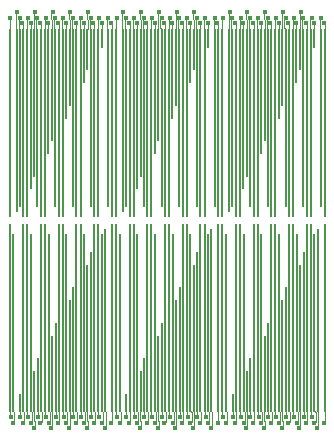
<source format=gbr>
%TF.GenerationSoftware,KiCad,Pcbnew,7.0.1*%
%TF.CreationDate,2023-04-06T12:09:14+02:00*%
%TF.ProjectId,LED_Dogtag_HW,4c45445f-446f-4677-9461-675f48572e6b,1.0*%
%TF.SameCoordinates,Original*%
%TF.FileFunction,Copper,L2,Inr*%
%TF.FilePolarity,Positive*%
%FSLAX46Y46*%
G04 Gerber Fmt 4.6, Leading zero omitted, Abs format (unit mm)*
G04 Created by KiCad (PCBNEW 7.0.1) date 2023-04-06 12:09:14*
%MOMM*%
%LPD*%
G01*
G04 APERTURE LIST*
%TA.AperFunction,ViaPad*%
%ADD10C,0.150000*%
%TD*%
%TA.AperFunction,ViaPad*%
%ADD11C,0.400000*%
%TD*%
%TA.AperFunction,Conductor*%
%ADD12C,0.076200*%
%TD*%
%TA.AperFunction,Conductor*%
%ADD13C,0.150000*%
%TD*%
G04 APERTURE END LIST*
D10*
%TO.N,Net-(D254-BK)*%
X99125000Y-64625000D03*
X99125000Y-55625000D03*
X99125000Y-67625000D03*
X99125000Y-60125000D03*
X99125000Y-69125000D03*
X99125000Y-61625000D03*
X99125000Y-66125000D03*
X99125000Y-54125000D03*
X99125000Y-58625000D03*
X99125000Y-63125000D03*
D11*
X99075000Y-70950000D03*
D10*
X99125000Y-57125000D03*
%TO.N,Net-(D254-GK)*%
X97975000Y-55625000D03*
D11*
X98050000Y-70500000D03*
D10*
X97975000Y-69125000D03*
X97975000Y-54125000D03*
X97975000Y-63125000D03*
X97975000Y-67625000D03*
X97975000Y-61625000D03*
X97975000Y-58625000D03*
X97975000Y-64625000D03*
X97975000Y-60125000D03*
X97975000Y-57125000D03*
X97975000Y-66125000D03*
D11*
%TO.N,Net-(D254-RK)*%
X98275000Y-70950000D03*
D10*
X98275000Y-56475000D03*
X98275000Y-63975000D03*
X98275000Y-68475000D03*
X98275000Y-60975000D03*
X98275000Y-62475000D03*
X98275000Y-66975000D03*
X98275000Y-57975000D03*
X98275000Y-54975000D03*
X98275000Y-59475000D03*
X98275000Y-69975000D03*
X98275000Y-65475000D03*
%TO.N,Net-(D243-BK)*%
X97625000Y-55625000D03*
X97625000Y-66125000D03*
X97625000Y-67625000D03*
X97625000Y-54125000D03*
X97625000Y-60125000D03*
X97625000Y-61625000D03*
X97625000Y-69125000D03*
X97625000Y-64625000D03*
X97625000Y-58625000D03*
X97625000Y-63125000D03*
X97625000Y-57125000D03*
D11*
X97575000Y-70950000D03*
D10*
%TO.N,Net-(D243-GK)*%
X96475000Y-67625000D03*
X96475000Y-54125000D03*
X96475000Y-61625000D03*
X96475000Y-64625000D03*
X96475000Y-55625000D03*
X96475000Y-69125000D03*
X96475000Y-57125000D03*
X96475000Y-60125000D03*
X96475000Y-58625000D03*
D11*
X96550000Y-70500000D03*
D10*
X96475000Y-63125000D03*
X96475000Y-66125000D03*
%TO.N,Net-(D243-RK)*%
X96775000Y-65475000D03*
X96775000Y-63975000D03*
X96775000Y-54975000D03*
X96775000Y-69975000D03*
X96775000Y-56475000D03*
X96775000Y-66975000D03*
X96775000Y-59475000D03*
X96775000Y-62475000D03*
X96775000Y-57975000D03*
X96775000Y-68475000D03*
D11*
X96775000Y-70950000D03*
D10*
X96775000Y-60975000D03*
%TO.N,Net-(D232-BK)*%
X96125000Y-58625000D03*
X96125000Y-67625000D03*
X96125000Y-66125000D03*
X96125000Y-69125000D03*
X96125000Y-61625000D03*
D11*
X96075000Y-70950000D03*
D10*
X96125000Y-64625000D03*
X96125000Y-63125000D03*
X96125000Y-54125000D03*
X96125000Y-55625000D03*
X96125000Y-60125000D03*
X96125000Y-57125000D03*
%TO.N,Net-(D232-GK)*%
X94975000Y-55625000D03*
X94975000Y-64625000D03*
X94975000Y-58625000D03*
X94975000Y-66125000D03*
X94975000Y-57125000D03*
D11*
X95050000Y-70500000D03*
D10*
X94975000Y-67625000D03*
X94975000Y-54125000D03*
X94975000Y-63125000D03*
X94975000Y-60125000D03*
X94975000Y-61625000D03*
X94975000Y-69125000D03*
D11*
%TO.N,Net-(D232-RK)*%
X95275000Y-70950000D03*
D10*
X95275000Y-54975000D03*
X95275000Y-65475000D03*
X95275000Y-69975000D03*
X95275000Y-57975000D03*
X95275000Y-63975000D03*
X95275000Y-68475000D03*
X95275000Y-60975000D03*
X95275000Y-62475000D03*
X95275000Y-59475000D03*
X95275000Y-56475000D03*
X95275000Y-66975000D03*
%TO.N,Net-(D221-BK)*%
X94625000Y-60125000D03*
X94625000Y-54125000D03*
X94625000Y-61625000D03*
X94625000Y-67625000D03*
X94625000Y-64625000D03*
X94625000Y-69125000D03*
X94625000Y-66125000D03*
X94625000Y-55625000D03*
X94625000Y-63125000D03*
X94625000Y-58625000D03*
X94625000Y-57125000D03*
D11*
X94575000Y-70950000D03*
D10*
%TO.N,Net-(D221-GK)*%
X93475000Y-66125000D03*
D11*
X93550000Y-70500000D03*
D10*
X93475000Y-63125000D03*
X93475000Y-57125000D03*
X93475000Y-64625000D03*
X93475000Y-60125000D03*
X93475000Y-58625000D03*
X93475000Y-55625000D03*
X93475000Y-54125000D03*
X93475000Y-61625000D03*
X93475000Y-67625000D03*
X93475000Y-69125000D03*
%TO.N,Net-(D221-RK)*%
X93775000Y-59475000D03*
X93775000Y-65475000D03*
X93775000Y-57975000D03*
X93775000Y-54975000D03*
X93775000Y-66975000D03*
X93775000Y-69975000D03*
X93775000Y-63975000D03*
X93775000Y-68475000D03*
D11*
X93775000Y-70950000D03*
D10*
X93775000Y-60975000D03*
X93775000Y-56475000D03*
X93775000Y-62475000D03*
D11*
%TO.N,Net-(D210-BK)*%
X93075000Y-70950000D03*
D10*
X93125000Y-61625000D03*
X93125000Y-66125000D03*
X93125000Y-54125000D03*
X93125000Y-64625000D03*
X93125000Y-60125000D03*
X93125000Y-55625000D03*
X93125000Y-67625000D03*
X93125000Y-69125000D03*
X93125000Y-57125000D03*
X93125000Y-63125000D03*
X93125000Y-58625000D03*
%TO.N,Net-(D210-GK)*%
X91975000Y-60125000D03*
D11*
X92050000Y-70500000D03*
D10*
X91975000Y-58625000D03*
X91975000Y-57125000D03*
X91975000Y-63125000D03*
X91975000Y-61625000D03*
X91975000Y-67625000D03*
X91975000Y-55625000D03*
X91975000Y-66125000D03*
X91975000Y-69125000D03*
X91975000Y-54125000D03*
X91975000Y-64625000D03*
%TO.N,Net-(D210-RK)*%
X92275000Y-63975000D03*
D11*
X92275000Y-70950000D03*
D10*
X92275000Y-66975000D03*
X92275000Y-68475000D03*
X92275000Y-57975000D03*
X92275000Y-59475000D03*
X92275000Y-56475000D03*
X92275000Y-60975000D03*
X92275000Y-65475000D03*
X92275000Y-69975000D03*
X92275000Y-62475000D03*
X92275000Y-54975000D03*
D11*
%TO.N,Net-(D209-A)*%
X98500000Y-71400000D03*
D10*
X98550000Y-54575000D03*
%TO.N,Net-(D208-A)*%
X97350000Y-56500000D03*
D11*
X97350000Y-70500000D03*
D10*
%TO.N,Net-(D207-A)*%
X97050000Y-57575000D03*
D11*
X97000000Y-71400000D03*
%TO.N,Net-(D206-A)*%
X95850000Y-70500000D03*
D10*
X95850000Y-59475000D03*
%TO.N,Net-(D205-A)*%
X95550000Y-60575000D03*
D11*
X95500000Y-71400000D03*
%TO.N,Net-(D204-A)*%
X94350000Y-70500000D03*
D10*
X94350000Y-62475000D03*
%TO.N,Net-(D203-A)*%
X94050000Y-63575000D03*
D11*
X94000000Y-71400000D03*
%TO.N,Net-(D202-A)*%
X92850000Y-70500000D03*
D10*
X92850000Y-65475000D03*
%TO.N,Net-(D201-A)*%
X92550000Y-66575000D03*
D11*
X92500000Y-71400000D03*
%TO.N,Net-(D200-A)*%
X91350000Y-70500000D03*
D10*
X91350000Y-68475000D03*
%TO.N,Net-(D199-BK)*%
X91625000Y-61625000D03*
X91625000Y-64625000D03*
D11*
X91575000Y-70950000D03*
D10*
X91625000Y-55625000D03*
X91625000Y-54125000D03*
X91625000Y-69125000D03*
X91625000Y-58625000D03*
X91625000Y-63125000D03*
X91625000Y-60125000D03*
X91625000Y-67625000D03*
X91625000Y-57125000D03*
X91625000Y-66125000D03*
%TO.N,Net-(D199-GK)*%
X90475000Y-55625000D03*
X90475000Y-64625000D03*
X90475000Y-57125000D03*
X90475000Y-54125000D03*
X90475000Y-61625000D03*
D11*
X90550000Y-70500000D03*
D10*
X90475000Y-69125000D03*
X90475000Y-58625000D03*
X90475000Y-63125000D03*
X90475000Y-60125000D03*
X90475000Y-66125000D03*
X90475000Y-67625000D03*
%TO.N,Net-(D199-RK)*%
X90775000Y-59475000D03*
X90775000Y-60975000D03*
X90775000Y-57975000D03*
X90775000Y-65475000D03*
X90775000Y-68475000D03*
X90775000Y-62475000D03*
X90775000Y-63975000D03*
X90775000Y-66975000D03*
X90775000Y-69975000D03*
D11*
X90775000Y-70950000D03*
D10*
X90775000Y-56475000D03*
X90775000Y-54975000D03*
%TO.N,Net-(D320-BK)*%
X108125000Y-64625000D03*
X108125000Y-55625000D03*
X108125000Y-67625000D03*
X108125000Y-60125000D03*
X108125000Y-69125000D03*
X108125000Y-61625000D03*
X108125000Y-66125000D03*
X108125000Y-54125000D03*
X108125000Y-58625000D03*
X108125000Y-63125000D03*
D11*
X108075000Y-70950000D03*
D10*
X108125000Y-57125000D03*
%TO.N,Net-(D320-GK)*%
X106975000Y-55625000D03*
D11*
X107050000Y-70500000D03*
D10*
X106975000Y-69125000D03*
X106975000Y-54125000D03*
X106975000Y-63125000D03*
X106975000Y-67625000D03*
X106975000Y-61625000D03*
X106975000Y-58625000D03*
X106975000Y-64625000D03*
X106975000Y-60125000D03*
X106975000Y-57125000D03*
X106975000Y-66125000D03*
D11*
%TO.N,Net-(D320-RK)*%
X107275000Y-70950000D03*
D10*
X107275000Y-56475000D03*
X107275000Y-63975000D03*
X107275000Y-68475000D03*
X107275000Y-60975000D03*
X107275000Y-62475000D03*
X107275000Y-66975000D03*
X107275000Y-57975000D03*
X107275000Y-54975000D03*
X107275000Y-59475000D03*
X107275000Y-69975000D03*
X107275000Y-65475000D03*
%TO.N,Net-(D309-BK)*%
X106625000Y-55625000D03*
X106625000Y-66125000D03*
X106625000Y-67625000D03*
X106625000Y-54125000D03*
X106625000Y-60125000D03*
X106625000Y-61625000D03*
X106625000Y-69125000D03*
X106625000Y-64625000D03*
X106625000Y-58625000D03*
X106625000Y-63125000D03*
X106625000Y-57125000D03*
D11*
X106575000Y-70950000D03*
D10*
%TO.N,Net-(D309-GK)*%
X105475000Y-67625000D03*
X105475000Y-54125000D03*
X105475000Y-61625000D03*
X105475000Y-64625000D03*
X105475000Y-55625000D03*
X105475000Y-69125000D03*
X105475000Y-57125000D03*
X105475000Y-60125000D03*
X105475000Y-58625000D03*
D11*
X105550000Y-70500000D03*
D10*
X105475000Y-63125000D03*
X105475000Y-66125000D03*
%TO.N,Net-(D309-RK)*%
X105775000Y-65475000D03*
X105775000Y-63975000D03*
X105775000Y-54975000D03*
X105775000Y-69975000D03*
X105775000Y-56475000D03*
X105775000Y-66975000D03*
X105775000Y-59475000D03*
X105775000Y-62475000D03*
X105775000Y-57975000D03*
X105775000Y-68475000D03*
D11*
X105775000Y-70950000D03*
D10*
X105775000Y-60975000D03*
%TO.N,Net-(D298-BK)*%
X105125000Y-58625000D03*
X105125000Y-67625000D03*
X105125000Y-66125000D03*
X105125000Y-69125000D03*
X105125000Y-61625000D03*
D11*
X105075000Y-70950000D03*
D10*
X105125000Y-64625000D03*
X105125000Y-63125000D03*
X105125000Y-54125000D03*
X105125000Y-55625000D03*
X105125000Y-60125000D03*
X105125000Y-57125000D03*
%TO.N,Net-(D298-GK)*%
X103975000Y-55625000D03*
X103975000Y-64625000D03*
X103975000Y-58625000D03*
X103975000Y-66125000D03*
X103975000Y-57125000D03*
D11*
X104050000Y-70500000D03*
D10*
X103975000Y-67625000D03*
X103975000Y-54125000D03*
X103975000Y-63125000D03*
X103975000Y-60125000D03*
X103975000Y-61625000D03*
X103975000Y-69125000D03*
D11*
%TO.N,Net-(D298-RK)*%
X104275000Y-70950000D03*
D10*
X104275000Y-54975000D03*
X104275000Y-65475000D03*
X104275000Y-69975000D03*
X104275000Y-57975000D03*
X104275000Y-63975000D03*
X104275000Y-68475000D03*
X104275000Y-60975000D03*
X104275000Y-62475000D03*
X104275000Y-59475000D03*
X104275000Y-56475000D03*
X104275000Y-66975000D03*
%TO.N,Net-(D287-BK)*%
X103625000Y-60125000D03*
X103625000Y-54125000D03*
X103625000Y-61625000D03*
X103625000Y-67625000D03*
X103625000Y-64625000D03*
X103625000Y-69125000D03*
X103625000Y-66125000D03*
X103625000Y-55625000D03*
X103625000Y-63125000D03*
X103625000Y-58625000D03*
X103625000Y-57125000D03*
D11*
X103575000Y-70950000D03*
D10*
%TO.N,Net-(D287-GK)*%
X102475000Y-66125000D03*
D11*
X102550000Y-70500000D03*
D10*
X102475000Y-63125000D03*
X102475000Y-57125000D03*
X102475000Y-64625000D03*
X102475000Y-60125000D03*
X102475000Y-58625000D03*
X102475000Y-55625000D03*
X102475000Y-54125000D03*
X102475000Y-61625000D03*
X102475000Y-67625000D03*
X102475000Y-69125000D03*
%TO.N,Net-(D287-RK)*%
X102775000Y-59475000D03*
X102775000Y-65475000D03*
X102775000Y-57975000D03*
X102775000Y-54975000D03*
X102775000Y-66975000D03*
X102775000Y-69975000D03*
X102775000Y-63975000D03*
X102775000Y-68475000D03*
D11*
X102775000Y-70950000D03*
D10*
X102775000Y-60975000D03*
X102775000Y-56475000D03*
X102775000Y-62475000D03*
D11*
%TO.N,Net-(D276-BK)*%
X102075000Y-70950000D03*
D10*
X102125000Y-61625000D03*
X102125000Y-66125000D03*
X102125000Y-54125000D03*
X102125000Y-64625000D03*
X102125000Y-60125000D03*
X102125000Y-55625000D03*
X102125000Y-67625000D03*
X102125000Y-69125000D03*
X102125000Y-57125000D03*
X102125000Y-63125000D03*
X102125000Y-58625000D03*
%TO.N,Net-(D276-GK)*%
X100975000Y-60125000D03*
D11*
X101050000Y-70500000D03*
D10*
X100975000Y-58625000D03*
X100975000Y-57125000D03*
X100975000Y-63125000D03*
X100975000Y-61625000D03*
X100975000Y-67625000D03*
X100975000Y-55625000D03*
X100975000Y-66125000D03*
X100975000Y-69125000D03*
X100975000Y-54125000D03*
X100975000Y-64625000D03*
%TO.N,Net-(D276-RK)*%
X101275000Y-63975000D03*
D11*
X101275000Y-70950000D03*
D10*
X101275000Y-66975000D03*
X101275000Y-68475000D03*
X101275000Y-57975000D03*
X101275000Y-59475000D03*
X101275000Y-56475000D03*
X101275000Y-60975000D03*
X101275000Y-65475000D03*
X101275000Y-69975000D03*
X101275000Y-62475000D03*
X101275000Y-54975000D03*
D11*
%TO.N,Net-(D275-A)*%
X107500000Y-71400000D03*
D10*
X107550000Y-54575000D03*
%TO.N,Net-(D274-A)*%
X106350000Y-56500000D03*
D11*
X106350000Y-70500000D03*
D10*
%TO.N,Net-(D273-A)*%
X106050000Y-57575000D03*
D11*
X106000000Y-71400000D03*
%TO.N,Net-(D272-A)*%
X104850000Y-70500000D03*
D10*
X104850000Y-59475000D03*
%TO.N,Net-(D271-A)*%
X104550000Y-60575000D03*
D11*
X104500000Y-71400000D03*
%TO.N,Net-(D270-A)*%
X103350000Y-70500000D03*
D10*
X103350000Y-62475000D03*
%TO.N,Net-(D269-A)*%
X103050000Y-63575000D03*
D11*
X103000000Y-71400000D03*
%TO.N,Net-(D268-A)*%
X101850000Y-70500000D03*
D10*
X101850000Y-65475000D03*
%TO.N,Net-(D267-A)*%
X101550000Y-66575000D03*
D11*
X101500000Y-71400000D03*
%TO.N,Net-(D266-A)*%
X100350000Y-70500000D03*
D10*
X100350000Y-68475000D03*
%TO.N,Net-(D265-BK)*%
X100625000Y-61625000D03*
X100625000Y-64625000D03*
D11*
X100575000Y-70950000D03*
D10*
X100625000Y-55625000D03*
X100625000Y-54125000D03*
X100625000Y-69125000D03*
X100625000Y-58625000D03*
X100625000Y-63125000D03*
X100625000Y-60125000D03*
X100625000Y-67625000D03*
X100625000Y-57125000D03*
X100625000Y-66125000D03*
%TO.N,Net-(D265-GK)*%
X99475000Y-55625000D03*
X99475000Y-64625000D03*
X99475000Y-57125000D03*
X99475000Y-54125000D03*
X99475000Y-61625000D03*
D11*
X99550000Y-70500000D03*
D10*
X99475000Y-69125000D03*
X99475000Y-58625000D03*
X99475000Y-63125000D03*
X99475000Y-60125000D03*
X99475000Y-66125000D03*
X99475000Y-67625000D03*
%TO.N,Net-(D265-RK)*%
X99775000Y-59475000D03*
X99775000Y-60975000D03*
X99775000Y-57975000D03*
X99775000Y-65475000D03*
X99775000Y-68475000D03*
X99775000Y-62475000D03*
X99775000Y-63975000D03*
X99775000Y-66975000D03*
X99775000Y-69975000D03*
D11*
X99775000Y-70950000D03*
D10*
X99775000Y-56475000D03*
X99775000Y-54975000D03*
%TO.N,Net-(D386-BK)*%
X117125000Y-64625000D03*
X117125000Y-55625000D03*
X117125000Y-67625000D03*
X117125000Y-60125000D03*
X117125000Y-69125000D03*
X117125000Y-61625000D03*
X117125000Y-66125000D03*
X117125000Y-54125000D03*
X117125000Y-58625000D03*
X117125000Y-63125000D03*
D11*
X117075000Y-70950000D03*
D10*
X117125000Y-57125000D03*
%TO.N,Net-(D386-GK)*%
X115975000Y-55625000D03*
D11*
X116050000Y-70500000D03*
D10*
X115975000Y-69125000D03*
X115975000Y-54125000D03*
X115975000Y-63125000D03*
X115975000Y-67625000D03*
X115975000Y-61625000D03*
X115975000Y-58625000D03*
X115975000Y-64625000D03*
X115975000Y-60125000D03*
X115975000Y-57125000D03*
X115975000Y-66125000D03*
D11*
%TO.N,Net-(D386-RK)*%
X116275000Y-70950000D03*
D10*
X116275000Y-56475000D03*
X116275000Y-63975000D03*
X116275000Y-68475000D03*
X116275000Y-60975000D03*
X116275000Y-62475000D03*
X116275000Y-66975000D03*
X116275000Y-57975000D03*
X116275000Y-54975000D03*
X116275000Y-59475000D03*
X116275000Y-69975000D03*
X116275000Y-65475000D03*
%TO.N,Net-(D375-BK)*%
X115625000Y-55625000D03*
X115625000Y-66125000D03*
X115625000Y-67625000D03*
X115625000Y-54125000D03*
X115625000Y-60125000D03*
X115625000Y-61625000D03*
X115625000Y-69125000D03*
X115625000Y-64625000D03*
X115625000Y-58625000D03*
X115625000Y-63125000D03*
X115625000Y-57125000D03*
D11*
X115575000Y-70950000D03*
D10*
%TO.N,Net-(D375-GK)*%
X114475000Y-67625000D03*
X114475000Y-54125000D03*
X114475000Y-61625000D03*
X114475000Y-64625000D03*
X114475000Y-55625000D03*
X114475000Y-69125000D03*
X114475000Y-57125000D03*
X114475000Y-60125000D03*
X114475000Y-58625000D03*
D11*
X114550000Y-70500000D03*
D10*
X114475000Y-63125000D03*
X114475000Y-66125000D03*
%TO.N,Net-(D375-RK)*%
X114775000Y-65475000D03*
X114775000Y-63975000D03*
X114775000Y-54975000D03*
X114775000Y-69975000D03*
X114775000Y-56475000D03*
X114775000Y-66975000D03*
X114775000Y-59475000D03*
X114775000Y-62475000D03*
X114775000Y-57975000D03*
X114775000Y-68475000D03*
D11*
X114775000Y-70950000D03*
D10*
X114775000Y-60975000D03*
%TO.N,Net-(D364-BK)*%
X114125000Y-58625000D03*
X114125000Y-67625000D03*
X114125000Y-66125000D03*
X114125000Y-69125000D03*
X114125000Y-61625000D03*
D11*
X114075000Y-70950000D03*
D10*
X114125000Y-64625000D03*
X114125000Y-63125000D03*
X114125000Y-54125000D03*
X114125000Y-55625000D03*
X114125000Y-60125000D03*
X114125000Y-57125000D03*
%TO.N,Net-(D364-GK)*%
X112975000Y-55625000D03*
X112975000Y-64625000D03*
X112975000Y-58625000D03*
X112975000Y-66125000D03*
X112975000Y-57125000D03*
D11*
X113050000Y-70500000D03*
D10*
X112975000Y-67625000D03*
X112975000Y-54125000D03*
X112975000Y-63125000D03*
X112975000Y-60125000D03*
X112975000Y-61625000D03*
X112975000Y-69125000D03*
D11*
%TO.N,Net-(D364-RK)*%
X113275000Y-70950000D03*
D10*
X113275000Y-54975000D03*
X113275000Y-65475000D03*
X113275000Y-69975000D03*
X113275000Y-57975000D03*
X113275000Y-63975000D03*
X113275000Y-68475000D03*
X113275000Y-60975000D03*
X113275000Y-62475000D03*
X113275000Y-59475000D03*
X113275000Y-56475000D03*
X113275000Y-66975000D03*
%TO.N,Net-(D353-BK)*%
X112625000Y-60125000D03*
X112625000Y-54125000D03*
X112625000Y-61625000D03*
X112625000Y-67625000D03*
X112625000Y-64625000D03*
X112625000Y-69125000D03*
X112625000Y-66125000D03*
X112625000Y-55625000D03*
X112625000Y-63125000D03*
X112625000Y-58625000D03*
X112625000Y-57125000D03*
D11*
X112575000Y-70950000D03*
D10*
%TO.N,Net-(D353-GK)*%
X111475000Y-66125000D03*
D11*
X111550000Y-70500000D03*
D10*
X111475000Y-63125000D03*
X111475000Y-57125000D03*
X111475000Y-64625000D03*
X111475000Y-60125000D03*
X111475000Y-58625000D03*
X111475000Y-55625000D03*
X111475000Y-54125000D03*
X111475000Y-61625000D03*
X111475000Y-67625000D03*
X111475000Y-69125000D03*
%TO.N,Net-(D353-RK)*%
X111775000Y-59475000D03*
X111775000Y-65475000D03*
X111775000Y-57975000D03*
X111775000Y-54975000D03*
X111775000Y-66975000D03*
X111775000Y-69975000D03*
X111775000Y-63975000D03*
X111775000Y-68475000D03*
D11*
X111775000Y-70950000D03*
D10*
X111775000Y-60975000D03*
X111775000Y-56475000D03*
X111775000Y-62475000D03*
D11*
%TO.N,Net-(D342-BK)*%
X111075000Y-70950000D03*
D10*
X111125000Y-61625000D03*
X111125000Y-66125000D03*
X111125000Y-54125000D03*
X111125000Y-64625000D03*
X111125000Y-60125000D03*
X111125000Y-55625000D03*
X111125000Y-67625000D03*
X111125000Y-69125000D03*
X111125000Y-57125000D03*
X111125000Y-63125000D03*
X111125000Y-58625000D03*
%TO.N,Net-(D342-GK)*%
X109975000Y-60125000D03*
D11*
X110050000Y-70500000D03*
D10*
X109975000Y-58625000D03*
X109975000Y-57125000D03*
X109975000Y-63125000D03*
X109975000Y-61625000D03*
X109975000Y-67625000D03*
X109975000Y-55625000D03*
X109975000Y-66125000D03*
X109975000Y-69125000D03*
X109975000Y-54125000D03*
X109975000Y-64625000D03*
%TO.N,Net-(D342-RK)*%
X110275000Y-63975000D03*
D11*
X110275000Y-70950000D03*
D10*
X110275000Y-66975000D03*
X110275000Y-68475000D03*
X110275000Y-57975000D03*
X110275000Y-59475000D03*
X110275000Y-56475000D03*
X110275000Y-60975000D03*
X110275000Y-65475000D03*
X110275000Y-69975000D03*
X110275000Y-62475000D03*
X110275000Y-54975000D03*
D11*
%TO.N,Net-(D341-A)*%
X116500000Y-71400000D03*
D10*
X116550000Y-54575000D03*
%TO.N,Net-(D340-A)*%
X115350000Y-56500000D03*
D11*
X115350000Y-70500000D03*
D10*
%TO.N,Net-(D339-A)*%
X115050000Y-57575000D03*
D11*
X115000000Y-71400000D03*
%TO.N,Net-(D338-A)*%
X113850000Y-70500000D03*
D10*
X113850000Y-59475000D03*
%TO.N,Net-(D337-A)*%
X113550000Y-60575000D03*
D11*
X113500000Y-71400000D03*
%TO.N,Net-(D336-A)*%
X112350000Y-70500000D03*
D10*
X112350000Y-62475000D03*
%TO.N,Net-(D335-A)*%
X112050000Y-63575000D03*
D11*
X112000000Y-71400000D03*
%TO.N,Net-(D334-A)*%
X110850000Y-70500000D03*
D10*
X110850000Y-65475000D03*
%TO.N,Net-(D333-A)*%
X110550000Y-66575000D03*
D11*
X110500000Y-71400000D03*
%TO.N,Net-(D332-A)*%
X109350000Y-70500000D03*
D10*
X109350000Y-68475000D03*
%TO.N,Net-(D331-BK)*%
X109625000Y-61625000D03*
X109625000Y-64625000D03*
D11*
X109575000Y-70950000D03*
D10*
X109625000Y-55625000D03*
X109625000Y-54125000D03*
X109625000Y-69125000D03*
X109625000Y-58625000D03*
X109625000Y-63125000D03*
X109625000Y-60125000D03*
X109625000Y-67625000D03*
X109625000Y-57125000D03*
X109625000Y-66125000D03*
%TO.N,Net-(D331-GK)*%
X108475000Y-55625000D03*
X108475000Y-64625000D03*
X108475000Y-57125000D03*
X108475000Y-54125000D03*
X108475000Y-61625000D03*
D11*
X108550000Y-70500000D03*
D10*
X108475000Y-69125000D03*
X108475000Y-58625000D03*
X108475000Y-63125000D03*
X108475000Y-60125000D03*
X108475000Y-66125000D03*
X108475000Y-67625000D03*
%TO.N,Net-(D331-RK)*%
X108775000Y-59475000D03*
X108775000Y-60975000D03*
X108775000Y-57975000D03*
X108775000Y-65475000D03*
X108775000Y-68475000D03*
X108775000Y-62475000D03*
X108775000Y-63975000D03*
X108775000Y-66975000D03*
X108775000Y-69975000D03*
D11*
X108775000Y-70950000D03*
D10*
X108775000Y-56475000D03*
X108775000Y-54975000D03*
%TO.N,Net-(D188-BK)*%
X108475000Y-42975000D03*
X108475000Y-51975000D03*
X108475000Y-39975000D03*
X108475000Y-47475000D03*
X108475000Y-38475000D03*
X108475000Y-45975000D03*
X108475000Y-41475000D03*
X108475000Y-53475000D03*
X108475000Y-48975000D03*
X108475000Y-44475000D03*
D11*
X108525000Y-36650000D03*
D10*
X108475000Y-50475000D03*
%TO.N,Net-(D188-GK)*%
X109625000Y-51975000D03*
D11*
X109550000Y-37100000D03*
D10*
X109625000Y-38475000D03*
X109625000Y-53475000D03*
X109625000Y-44475000D03*
X109625000Y-39975000D03*
X109625000Y-45975000D03*
X109625000Y-48975000D03*
X109625000Y-42975000D03*
X109625000Y-47475000D03*
X109625000Y-50475000D03*
X109625000Y-41475000D03*
D11*
%TO.N,Net-(D188-RK)*%
X109325000Y-36650000D03*
D10*
X109325000Y-51125000D03*
X109325000Y-43625000D03*
X109325000Y-39125000D03*
X109325000Y-46625000D03*
X109325000Y-45125000D03*
X109325000Y-40625000D03*
X109325000Y-49625000D03*
X109325000Y-52625000D03*
X109325000Y-48125000D03*
X109325000Y-37625000D03*
X109325000Y-42125000D03*
%TO.N,Net-(D177-BK)*%
X109975000Y-51975000D03*
X109975000Y-41475000D03*
X109975000Y-39975000D03*
X109975000Y-53475000D03*
X109975000Y-47475000D03*
X109975000Y-45975000D03*
X109975000Y-38475000D03*
X109975000Y-42975000D03*
X109975000Y-48975000D03*
X109975000Y-44475000D03*
X109975000Y-50475000D03*
D11*
X110025000Y-36650000D03*
D10*
%TO.N,Net-(D177-GK)*%
X111125000Y-39975000D03*
X111125000Y-53475000D03*
X111125000Y-45975000D03*
X111125000Y-42975000D03*
X111125000Y-51975000D03*
X111125000Y-38475000D03*
X111125000Y-50475000D03*
X111125000Y-47475000D03*
X111125000Y-48975000D03*
D11*
X111050000Y-37100000D03*
D10*
X111125000Y-44475000D03*
X111125000Y-41475000D03*
%TO.N,Net-(D177-RK)*%
X110825000Y-42125000D03*
X110825000Y-43625000D03*
X110825000Y-52625000D03*
X110825000Y-37625000D03*
X110825000Y-51125000D03*
X110825000Y-40625000D03*
X110825000Y-48125000D03*
X110825000Y-45125000D03*
X110825000Y-49625000D03*
X110825000Y-39125000D03*
D11*
X110825000Y-36650000D03*
D10*
X110825000Y-46625000D03*
%TO.N,Net-(D166-BK)*%
X111475000Y-48975000D03*
X111475000Y-39975000D03*
X111475000Y-41475000D03*
X111475000Y-38475000D03*
X111475000Y-45975000D03*
D11*
X111525000Y-36650000D03*
D10*
X111475000Y-42975000D03*
X111475000Y-44475000D03*
X111475000Y-53475000D03*
X111475000Y-51975000D03*
X111475000Y-47475000D03*
X111475000Y-50475000D03*
%TO.N,Net-(D166-GK)*%
X112625000Y-51975000D03*
X112625000Y-42975000D03*
X112625000Y-48975000D03*
X112625000Y-41475000D03*
X112625000Y-50475000D03*
D11*
X112550000Y-37100000D03*
D10*
X112625000Y-39975000D03*
X112625000Y-53475000D03*
X112625000Y-44475000D03*
X112625000Y-47475000D03*
X112625000Y-45975000D03*
X112625000Y-38475000D03*
D11*
%TO.N,Net-(D166-RK)*%
X112325000Y-36650000D03*
D10*
X112325000Y-52625000D03*
X112325000Y-42125000D03*
X112325000Y-37625000D03*
X112325000Y-49625000D03*
X112325000Y-43625000D03*
X112325000Y-39125000D03*
X112325000Y-46625000D03*
X112325000Y-45125000D03*
X112325000Y-48125000D03*
X112325000Y-51125000D03*
X112325000Y-40625000D03*
%TO.N,Net-(D155-BK)*%
X112975000Y-47475000D03*
X112975000Y-53475000D03*
X112975000Y-45975000D03*
X112975000Y-39975000D03*
X112975000Y-42975000D03*
X112975000Y-38475000D03*
X112975000Y-41475000D03*
X112975000Y-51975000D03*
X112975000Y-44475000D03*
X112975000Y-48975000D03*
X112975000Y-50475000D03*
D11*
X113025000Y-36650000D03*
D10*
%TO.N,Net-(D155-GK)*%
X114125000Y-41475000D03*
D11*
X114050000Y-37100000D03*
D10*
X114125000Y-44475000D03*
X114125000Y-50475000D03*
X114125000Y-42975000D03*
X114125000Y-47475000D03*
X114125000Y-48975000D03*
X114125000Y-51975000D03*
X114125000Y-53475000D03*
X114125000Y-45975000D03*
X114125000Y-39975000D03*
X114125000Y-38475000D03*
%TO.N,Net-(D155-RK)*%
X113825000Y-48125000D03*
X113825000Y-42125000D03*
X113825000Y-49625000D03*
X113825000Y-52625000D03*
X113825000Y-40625000D03*
X113825000Y-37625000D03*
X113825000Y-43625000D03*
X113825000Y-39125000D03*
D11*
X113825000Y-36650000D03*
D10*
X113825000Y-46625000D03*
X113825000Y-51125000D03*
X113825000Y-45125000D03*
D11*
%TO.N,Net-(D144-BK)*%
X114525000Y-36650000D03*
D10*
X114475000Y-45975000D03*
X114475000Y-41475000D03*
X114475000Y-53475000D03*
X114475000Y-42975000D03*
X114475000Y-47475000D03*
X114475000Y-51975000D03*
X114475000Y-39975000D03*
X114475000Y-38475000D03*
X114475000Y-50475000D03*
X114475000Y-44475000D03*
X114475000Y-48975000D03*
%TO.N,Net-(D144-GK)*%
X115625000Y-47475000D03*
D11*
X115550000Y-37100000D03*
D10*
X115625000Y-48975000D03*
X115625000Y-50475000D03*
X115625000Y-44475000D03*
X115625000Y-45975000D03*
X115625000Y-39975000D03*
X115625000Y-51975000D03*
X115625000Y-41475000D03*
X115625000Y-38475000D03*
X115625000Y-53475000D03*
X115625000Y-42975000D03*
%TO.N,Net-(D144-RK)*%
X115325000Y-43625000D03*
D11*
X115325000Y-36650000D03*
D10*
X115325000Y-40625000D03*
X115325000Y-39125000D03*
X115325000Y-49625000D03*
X115325000Y-48125000D03*
X115325000Y-51125000D03*
X115325000Y-46625000D03*
X115325000Y-42125000D03*
X115325000Y-37625000D03*
X115325000Y-45125000D03*
X115325000Y-52625000D03*
D11*
%TO.N,Net-(D143-A)*%
X109100000Y-36200000D03*
D10*
X109050000Y-53025000D03*
%TO.N,Net-(D142-A)*%
X110250000Y-51100000D03*
D11*
X110250000Y-37100000D03*
D10*
%TO.N,Net-(D141-A)*%
X110550000Y-50025000D03*
D11*
X110600000Y-36200000D03*
%TO.N,Net-(D140-A)*%
X111750000Y-37100000D03*
D10*
X111750000Y-48125000D03*
%TO.N,Net-(D139-A)*%
X112050000Y-47025000D03*
D11*
X112100000Y-36200000D03*
%TO.N,Net-(D138-A)*%
X113250000Y-37100000D03*
D10*
X113250000Y-45125000D03*
%TO.N,Net-(D137-A)*%
X113550000Y-44025000D03*
D11*
X113600000Y-36200000D03*
%TO.N,Net-(D136-A)*%
X114750000Y-37100000D03*
D10*
X114750000Y-42125000D03*
%TO.N,Net-(D135-A)*%
X115050000Y-41025000D03*
D11*
X115100000Y-36200000D03*
%TO.N,Net-(D134-A)*%
X116250000Y-37100000D03*
D10*
X116250000Y-39125000D03*
%TO.N,Net-(D133-BK)*%
X115975000Y-45975000D03*
X115975000Y-42975000D03*
D11*
X116025000Y-36650000D03*
D10*
X115975000Y-51975000D03*
X115975000Y-53475000D03*
X115975000Y-38475000D03*
X115975000Y-48975000D03*
X115975000Y-44475000D03*
X115975000Y-47475000D03*
X115975000Y-39975000D03*
X115975000Y-50475000D03*
X115975000Y-41475000D03*
%TO.N,Net-(D133-GK)*%
X117125000Y-51975000D03*
X117125000Y-42975000D03*
X117125000Y-50475000D03*
X117125000Y-53475000D03*
X117125000Y-45975000D03*
D11*
X117050000Y-37100000D03*
D10*
X117125000Y-38475000D03*
X117125000Y-48975000D03*
X117125000Y-44475000D03*
X117125000Y-47475000D03*
X117125000Y-41475000D03*
X117125000Y-39975000D03*
%TO.N,Net-(D133-RK)*%
X116825000Y-48125000D03*
X116825000Y-46625000D03*
X116825000Y-49625000D03*
X116825000Y-42125000D03*
X116825000Y-39125000D03*
X116825000Y-45125000D03*
X116825000Y-43625000D03*
X116825000Y-40625000D03*
X116825000Y-37625000D03*
D11*
X116825000Y-36650000D03*
D10*
X116825000Y-51125000D03*
X116825000Y-52625000D03*
%TO.N,Net-(D122-BK)*%
X99475000Y-42975000D03*
X99475000Y-51975000D03*
X99475000Y-39975000D03*
X99475000Y-47475000D03*
X99475000Y-38475000D03*
X99475000Y-45975000D03*
X99475000Y-41475000D03*
X99475000Y-53475000D03*
X99475000Y-48975000D03*
X99475000Y-44475000D03*
D11*
X99525000Y-36650000D03*
D10*
X99475000Y-50475000D03*
%TO.N,Net-(D122-GK)*%
X100625000Y-51975000D03*
D11*
X100550000Y-37100000D03*
D10*
X100625000Y-38475000D03*
X100625000Y-53475000D03*
X100625000Y-44475000D03*
X100625000Y-39975000D03*
X100625000Y-45975000D03*
X100625000Y-48975000D03*
X100625000Y-42975000D03*
X100625000Y-47475000D03*
X100625000Y-50475000D03*
X100625000Y-41475000D03*
D11*
%TO.N,Net-(D122-RK)*%
X100325000Y-36650000D03*
D10*
X100325000Y-51125000D03*
X100325000Y-43625000D03*
X100325000Y-39125000D03*
X100325000Y-46625000D03*
X100325000Y-45125000D03*
X100325000Y-40625000D03*
X100325000Y-49625000D03*
X100325000Y-52625000D03*
X100325000Y-48125000D03*
X100325000Y-37625000D03*
X100325000Y-42125000D03*
%TO.N,Net-(D111-BK)*%
X100975000Y-51975000D03*
X100975000Y-41475000D03*
X100975000Y-39975000D03*
X100975000Y-53475000D03*
X100975000Y-47475000D03*
X100975000Y-45975000D03*
X100975000Y-38475000D03*
X100975000Y-42975000D03*
X100975000Y-48975000D03*
X100975000Y-44475000D03*
X100975000Y-50475000D03*
D11*
X101025000Y-36650000D03*
D10*
%TO.N,Net-(D111-GK)*%
X102125000Y-39975000D03*
X102125000Y-53475000D03*
X102125000Y-45975000D03*
X102125000Y-42975000D03*
X102125000Y-51975000D03*
X102125000Y-38475000D03*
X102125000Y-50475000D03*
X102125000Y-47475000D03*
X102125000Y-48975000D03*
D11*
X102050000Y-37100000D03*
D10*
X102125000Y-44475000D03*
X102125000Y-41475000D03*
%TO.N,Net-(D111-RK)*%
X101825000Y-42125000D03*
X101825000Y-43625000D03*
X101825000Y-52625000D03*
X101825000Y-37625000D03*
X101825000Y-51125000D03*
X101825000Y-40625000D03*
X101825000Y-48125000D03*
X101825000Y-45125000D03*
X101825000Y-49625000D03*
X101825000Y-39125000D03*
D11*
X101825000Y-36650000D03*
D10*
X101825000Y-46625000D03*
%TO.N,Net-(D100-BK)*%
X102475000Y-48975000D03*
X102475000Y-39975000D03*
X102475000Y-41475000D03*
X102475000Y-38475000D03*
X102475000Y-45975000D03*
D11*
X102525000Y-36650000D03*
D10*
X102475000Y-42975000D03*
X102475000Y-44475000D03*
X102475000Y-53475000D03*
X102475000Y-51975000D03*
X102475000Y-47475000D03*
X102475000Y-50475000D03*
%TO.N,Net-(D100-GK)*%
X103625000Y-51975000D03*
X103625000Y-42975000D03*
X103625000Y-48975000D03*
X103625000Y-41475000D03*
X103625000Y-50475000D03*
D11*
X103550000Y-37100000D03*
D10*
X103625000Y-39975000D03*
X103625000Y-53475000D03*
X103625000Y-44475000D03*
X103625000Y-47475000D03*
X103625000Y-45975000D03*
X103625000Y-38475000D03*
D11*
%TO.N,Net-(D100-RK)*%
X103325000Y-36650000D03*
D10*
X103325000Y-52625000D03*
X103325000Y-42125000D03*
X103325000Y-37625000D03*
X103325000Y-49625000D03*
X103325000Y-43625000D03*
X103325000Y-39125000D03*
X103325000Y-46625000D03*
X103325000Y-45125000D03*
X103325000Y-48125000D03*
X103325000Y-51125000D03*
X103325000Y-40625000D03*
%TO.N,Net-(D89-BK)*%
X103975000Y-47475000D03*
X103975000Y-53475000D03*
X103975000Y-45975000D03*
X103975000Y-39975000D03*
X103975000Y-42975000D03*
X103975000Y-38475000D03*
X103975000Y-41475000D03*
X103975000Y-51975000D03*
X103975000Y-44475000D03*
X103975000Y-48975000D03*
X103975000Y-50475000D03*
D11*
X104025000Y-36650000D03*
D10*
%TO.N,Net-(D89-GK)*%
X105125000Y-41475000D03*
D11*
X105050000Y-37100000D03*
D10*
X105125000Y-44475000D03*
X105125000Y-50475000D03*
X105125000Y-42975000D03*
X105125000Y-47475000D03*
X105125000Y-48975000D03*
X105125000Y-51975000D03*
X105125000Y-53475000D03*
X105125000Y-45975000D03*
X105125000Y-39975000D03*
X105125000Y-38475000D03*
%TO.N,Net-(D89-RK)*%
X104825000Y-48125000D03*
X104825000Y-42125000D03*
X104825000Y-49625000D03*
X104825000Y-52625000D03*
X104825000Y-40625000D03*
X104825000Y-37625000D03*
X104825000Y-43625000D03*
X104825000Y-39125000D03*
D11*
X104825000Y-36650000D03*
D10*
X104825000Y-46625000D03*
X104825000Y-51125000D03*
X104825000Y-45125000D03*
D11*
%TO.N,Net-(D78-BK)*%
X105525000Y-36650000D03*
D10*
X105475000Y-45975000D03*
X105475000Y-41475000D03*
X105475000Y-53475000D03*
X105475000Y-42975000D03*
X105475000Y-47475000D03*
X105475000Y-51975000D03*
X105475000Y-39975000D03*
X105475000Y-38475000D03*
X105475000Y-50475000D03*
X105475000Y-44475000D03*
X105475000Y-48975000D03*
%TO.N,Net-(D78-GK)*%
X106625000Y-47475000D03*
D11*
X106550000Y-37100000D03*
D10*
X106625000Y-48975000D03*
X106625000Y-50475000D03*
X106625000Y-44475000D03*
X106625000Y-45975000D03*
X106625000Y-39975000D03*
X106625000Y-51975000D03*
X106625000Y-41475000D03*
X106625000Y-38475000D03*
X106625000Y-53475000D03*
X106625000Y-42975000D03*
%TO.N,Net-(D78-RK)*%
X106325000Y-43625000D03*
D11*
X106325000Y-36650000D03*
D10*
X106325000Y-40625000D03*
X106325000Y-39125000D03*
X106325000Y-49625000D03*
X106325000Y-48125000D03*
X106325000Y-51125000D03*
X106325000Y-46625000D03*
X106325000Y-42125000D03*
X106325000Y-37625000D03*
X106325000Y-45125000D03*
X106325000Y-52625000D03*
D11*
%TO.N,Net-(D110-A)*%
X100100000Y-36200000D03*
D10*
X100050000Y-53025000D03*
%TO.N,Net-(D109-A)*%
X101250000Y-51100000D03*
D11*
X101250000Y-37100000D03*
D10*
%TO.N,Net-(D108-A)*%
X101550000Y-50025000D03*
D11*
X101600000Y-36200000D03*
%TO.N,Net-(D107-A)*%
X102750000Y-37100000D03*
D10*
X102750000Y-48125000D03*
%TO.N,Net-(D106-A)*%
X103050000Y-47025000D03*
D11*
X103100000Y-36200000D03*
%TO.N,Net-(D105-A)*%
X104250000Y-37100000D03*
D10*
X104250000Y-45125000D03*
%TO.N,Net-(D104-A)*%
X104550000Y-44025000D03*
D11*
X104600000Y-36200000D03*
%TO.N,Net-(D103-A)*%
X105750000Y-37100000D03*
D10*
X105750000Y-42125000D03*
%TO.N,Net-(D102-A)*%
X106050000Y-41025000D03*
D11*
X106100000Y-36200000D03*
%TO.N,Net-(D101-A)*%
X107250000Y-37100000D03*
D10*
X107250000Y-39125000D03*
%TO.N,Net-(D67-BK)*%
X106975000Y-45975000D03*
X106975000Y-42975000D03*
D11*
X107025000Y-36650000D03*
D10*
X106975000Y-51975000D03*
X106975000Y-53475000D03*
X106975000Y-38475000D03*
X106975000Y-48975000D03*
X106975000Y-44475000D03*
X106975000Y-47475000D03*
X106975000Y-39975000D03*
X106975000Y-50475000D03*
X106975000Y-41475000D03*
%TO.N,Net-(D67-GK)*%
X108125000Y-51975000D03*
X108125000Y-42975000D03*
X108125000Y-50475000D03*
X108125000Y-53475000D03*
X108125000Y-45975000D03*
D11*
X108050000Y-37100000D03*
D10*
X108125000Y-38475000D03*
X108125000Y-48975000D03*
X108125000Y-44475000D03*
X108125000Y-47475000D03*
X108125000Y-41475000D03*
X108125000Y-39975000D03*
%TO.N,Net-(D67-RK)*%
X107825000Y-48125000D03*
X107825000Y-46625000D03*
X107825000Y-49625000D03*
X107825000Y-42125000D03*
X107825000Y-39125000D03*
X107825000Y-45125000D03*
X107825000Y-43625000D03*
X107825000Y-40625000D03*
X107825000Y-37625000D03*
D11*
X107825000Y-36650000D03*
D10*
X107825000Y-51125000D03*
X107825000Y-52625000D03*
%TO.N,Net-(D1-RK)*%
X98825000Y-52625000D03*
X98825000Y-51125000D03*
D11*
X98825000Y-36650000D03*
D10*
X98825000Y-37625000D03*
X98825000Y-40625000D03*
X98825000Y-43625000D03*
X98825000Y-45125000D03*
X98825000Y-39125000D03*
X98825000Y-42125000D03*
X98825000Y-49625000D03*
X98825000Y-46625000D03*
X98825000Y-48125000D03*
%TO.N,Net-(D1-GK)*%
X99125000Y-39975000D03*
X99125000Y-41475000D03*
X99125000Y-47475000D03*
X99125000Y-44475000D03*
X99125000Y-48975000D03*
X99125000Y-38475000D03*
D11*
X99050000Y-37100000D03*
D10*
X99125000Y-45975000D03*
X99125000Y-53475000D03*
X99125000Y-50475000D03*
X99125000Y-42975000D03*
X99125000Y-51975000D03*
%TO.N,Net-(D1-BK)*%
X97975000Y-41475000D03*
X97975000Y-50475000D03*
X97975000Y-39975000D03*
X97975000Y-47475000D03*
X97975000Y-44475000D03*
X97975000Y-48975000D03*
X97975000Y-38475000D03*
X97975000Y-53475000D03*
X97975000Y-51975000D03*
D11*
X98025000Y-36650000D03*
D10*
X97975000Y-42975000D03*
X97975000Y-45975000D03*
%TO.N,Net-(D13-A)*%
X98250000Y-39125000D03*
D11*
X98250000Y-37100000D03*
%TO.N,Net-(D14-A)*%
X97100000Y-36200000D03*
D10*
X97050000Y-41025000D03*
%TO.N,Net-(D15-A)*%
X96750000Y-42125000D03*
D11*
X96750000Y-37100000D03*
%TO.N,Net-(D16-A)*%
X95600000Y-36200000D03*
D10*
X95550000Y-44025000D03*
%TO.N,Net-(D17-A)*%
X95250000Y-45125000D03*
D11*
X95250000Y-37100000D03*
%TO.N,Net-(D18-A)*%
X94100000Y-36200000D03*
D10*
X94050000Y-47025000D03*
%TO.N,Net-(D19-A)*%
X93750000Y-48125000D03*
D11*
X93750000Y-37100000D03*
%TO.N,Net-(D20-A)*%
X92600000Y-36200000D03*
D10*
X92550000Y-50025000D03*
D11*
%TO.N,Net-(D10-A)*%
X92250000Y-37100000D03*
D10*
X92250000Y-51100000D03*
%TO.N,Net-(D11-A)*%
X91050000Y-53025000D03*
D11*
X91100000Y-36200000D03*
D10*
%TO.N,Net-(D12-RK)*%
X97325000Y-52625000D03*
X97325000Y-45125000D03*
X97325000Y-37625000D03*
X97325000Y-42125000D03*
X97325000Y-46625000D03*
X97325000Y-51125000D03*
X97325000Y-48125000D03*
X97325000Y-49625000D03*
X97325000Y-39125000D03*
X97325000Y-40625000D03*
D11*
X97325000Y-36650000D03*
D10*
X97325000Y-43625000D03*
%TO.N,Net-(D12-GK)*%
X97625000Y-42975000D03*
X97625000Y-53475000D03*
X97625000Y-38475000D03*
X97625000Y-41475000D03*
X97625000Y-51975000D03*
X97625000Y-39975000D03*
X97625000Y-45975000D03*
X97625000Y-44475000D03*
X97625000Y-50475000D03*
X97625000Y-48975000D03*
D11*
X97550000Y-37100000D03*
D10*
X97625000Y-47475000D03*
%TO.N,Net-(D12-BK)*%
X96475000Y-48975000D03*
X96475000Y-44475000D03*
X96475000Y-50475000D03*
X96475000Y-38475000D03*
X96475000Y-39975000D03*
X96475000Y-51975000D03*
X96475000Y-47475000D03*
X96475000Y-42975000D03*
X96475000Y-53475000D03*
X96475000Y-41475000D03*
X96475000Y-45975000D03*
D11*
X96525000Y-36650000D03*
D10*
%TO.N,Net-(D23-RK)*%
X95825000Y-45125000D03*
X95825000Y-51125000D03*
X95825000Y-46625000D03*
D11*
X95825000Y-36650000D03*
D10*
X95825000Y-39125000D03*
X95825000Y-43625000D03*
X95825000Y-37625000D03*
X95825000Y-40625000D03*
X95825000Y-52625000D03*
X95825000Y-49625000D03*
X95825000Y-42125000D03*
X95825000Y-48125000D03*
%TO.N,Net-(D23-GK)*%
X96125000Y-38475000D03*
X96125000Y-39975000D03*
X96125000Y-45975000D03*
X96125000Y-53475000D03*
X96125000Y-51975000D03*
X96125000Y-48975000D03*
X96125000Y-47475000D03*
X96125000Y-42975000D03*
X96125000Y-50475000D03*
X96125000Y-44475000D03*
D11*
X96050000Y-37100000D03*
D10*
X96125000Y-41475000D03*
D11*
%TO.N,Net-(D23-BK)*%
X95025000Y-36650000D03*
D10*
X94975000Y-50475000D03*
X94975000Y-48975000D03*
X94975000Y-44475000D03*
X94975000Y-51975000D03*
X94975000Y-41475000D03*
X94975000Y-38475000D03*
X94975000Y-42975000D03*
X94975000Y-39975000D03*
X94975000Y-45975000D03*
X94975000Y-53475000D03*
X94975000Y-47475000D03*
%TO.N,Net-(D34-RK)*%
X94325000Y-40625000D03*
X94325000Y-51125000D03*
X94325000Y-48125000D03*
X94325000Y-45125000D03*
X94325000Y-46625000D03*
X94325000Y-39125000D03*
X94325000Y-43625000D03*
X94325000Y-49625000D03*
X94325000Y-37625000D03*
X94325000Y-42125000D03*
X94325000Y-52625000D03*
D11*
X94325000Y-36650000D03*
D10*
%TO.N,Net-(D34-GK)*%
X94625000Y-38475000D03*
X94625000Y-45975000D03*
X94625000Y-47475000D03*
X94625000Y-44475000D03*
X94625000Y-53475000D03*
X94625000Y-39975000D03*
D11*
X94550000Y-37100000D03*
D10*
X94625000Y-50475000D03*
X94625000Y-41475000D03*
X94625000Y-48975000D03*
X94625000Y-42975000D03*
X94625000Y-51975000D03*
%TO.N,Net-(D34-BK)*%
X93475000Y-50475000D03*
X93475000Y-47475000D03*
X93475000Y-51975000D03*
X93475000Y-53475000D03*
X93475000Y-44475000D03*
X93475000Y-42975000D03*
D11*
X93525000Y-36650000D03*
D10*
X93475000Y-45975000D03*
X93475000Y-38475000D03*
X93475000Y-41475000D03*
X93475000Y-39975000D03*
X93475000Y-48975000D03*
%TO.N,Net-(D45-RK)*%
X92825000Y-46625000D03*
D11*
X92825000Y-36650000D03*
D10*
X92825000Y-39125000D03*
X92825000Y-49625000D03*
X92825000Y-45125000D03*
X92825000Y-48125000D03*
X92825000Y-40625000D03*
X92825000Y-51125000D03*
X92825000Y-37625000D03*
X92825000Y-52625000D03*
X92825000Y-43625000D03*
X92825000Y-42125000D03*
%TO.N,Net-(D45-GK)*%
X93125000Y-41475000D03*
X93125000Y-44475000D03*
D11*
X93050000Y-37100000D03*
D10*
X93125000Y-48975000D03*
X93125000Y-47475000D03*
X93125000Y-50475000D03*
X93125000Y-38475000D03*
X93125000Y-51975000D03*
X93125000Y-42975000D03*
X93125000Y-45975000D03*
X93125000Y-53475000D03*
X93125000Y-39975000D03*
D11*
%TO.N,Net-(D45-BK)*%
X92025000Y-36650000D03*
D10*
X91975000Y-50475000D03*
X91975000Y-44475000D03*
X91975000Y-48975000D03*
X91975000Y-42975000D03*
X91975000Y-38475000D03*
X91975000Y-45975000D03*
X91975000Y-47475000D03*
X91975000Y-53475000D03*
X91975000Y-39975000D03*
X91975000Y-41475000D03*
X91975000Y-51975000D03*
%TO.N,Net-(D56-RK)*%
X91325000Y-42125000D03*
X91325000Y-37625000D03*
X91325000Y-48125000D03*
X91325000Y-52625000D03*
X91325000Y-49625000D03*
X91325000Y-40625000D03*
X91325000Y-45125000D03*
X91325000Y-46625000D03*
X91325000Y-39125000D03*
X91325000Y-43625000D03*
X91325000Y-51125000D03*
D11*
X91325000Y-36650000D03*
D10*
%TO.N,Net-(D56-GK)*%
X91625000Y-41475000D03*
X91625000Y-50475000D03*
X91625000Y-47475000D03*
X91625000Y-42975000D03*
X91625000Y-48975000D03*
X91625000Y-45975000D03*
X91625000Y-39975000D03*
X91625000Y-44475000D03*
X91625000Y-53475000D03*
X91625000Y-38475000D03*
D11*
X91550000Y-37100000D03*
D10*
X91625000Y-51975000D03*
%TO.N,Net-(D56-BK)*%
X90475000Y-50475000D03*
D11*
X90525000Y-36650000D03*
D10*
X90475000Y-44475000D03*
X90475000Y-48975000D03*
X90475000Y-53475000D03*
X90475000Y-41475000D03*
X90475000Y-45975000D03*
X90475000Y-38475000D03*
X90475000Y-47475000D03*
X90475000Y-39975000D03*
X90475000Y-51975000D03*
X90475000Y-42975000D03*
%TD*%
D12*
%TO.N,Net-(D254-BK)*%
X99125000Y-69975000D02*
X99125000Y-70900000D01*
X99125000Y-70900000D02*
X99075000Y-70950000D01*
D13*
X99125000Y-67625000D02*
X99125000Y-66125000D01*
X99125000Y-64625000D02*
X99125000Y-63125000D01*
X99125000Y-63125000D02*
X99125000Y-61625000D01*
X99125000Y-69125000D02*
X99125000Y-69975000D01*
X99125000Y-69125000D02*
X99125000Y-67625000D01*
X99125000Y-55625000D02*
X99125000Y-54125000D01*
X99125000Y-60125000D02*
X99125000Y-58625000D01*
X99125000Y-58625000D02*
X99125000Y-57125000D01*
X99125000Y-66125000D02*
X99125000Y-64625000D01*
X99125000Y-61625000D02*
X99125000Y-60125000D01*
X99125000Y-57125000D02*
X99125000Y-55625000D01*
%TO.N,Net-(D254-GK)*%
X97975000Y-66125000D02*
X97975000Y-64625000D01*
X97975000Y-63125000D02*
X97975000Y-61625000D01*
X97975000Y-61625000D02*
X97975000Y-60125000D01*
X97975000Y-55625000D02*
X97975000Y-54125000D01*
X97975000Y-58625000D02*
X97975000Y-57125000D01*
D12*
X97975000Y-70425000D02*
X98050000Y-70500000D01*
D13*
X97975000Y-69125000D02*
X97975000Y-67625000D01*
X97975000Y-64625000D02*
X97975000Y-63125000D01*
D12*
X97975000Y-69975000D02*
X97975000Y-70425000D01*
D13*
X97975000Y-60125000D02*
X97975000Y-58625000D01*
X97975000Y-57125000D02*
X97975000Y-55625000D01*
X97975000Y-69125000D02*
X97975000Y-69975000D01*
X97975000Y-67625000D02*
X97975000Y-66125000D01*
D12*
%TO.N,Net-(D254-RK)*%
X98364300Y-70860700D02*
X98275000Y-70950000D01*
D13*
X98275000Y-56475000D02*
X98275000Y-54975000D01*
X98275000Y-62475000D02*
X98275000Y-60975000D01*
X98275000Y-69975000D02*
X98275000Y-68475000D01*
D12*
X98275000Y-69975000D02*
X98364300Y-70064300D01*
D13*
X98275000Y-66975000D02*
X98275000Y-65475000D01*
X98275000Y-57975000D02*
X98275000Y-56475000D01*
X98275000Y-68475000D02*
X98275000Y-66975000D01*
X98275000Y-63975000D02*
X98275000Y-62475000D01*
X98275000Y-65475000D02*
X98275000Y-63975000D01*
X98275000Y-60975000D02*
X98275000Y-59475000D01*
X98275000Y-59475000D02*
X98275000Y-57975000D01*
D12*
X98364300Y-70064300D02*
X98364300Y-70860700D01*
D13*
%TO.N,Net-(D243-BK)*%
X97625000Y-63125000D02*
X97625000Y-61625000D01*
X97625000Y-66125000D02*
X97625000Y-64625000D01*
X97625000Y-67625000D02*
X97625000Y-66125000D01*
D12*
X97664300Y-70860700D02*
X97575000Y-70950000D01*
D13*
X97625000Y-58625000D02*
X97625000Y-57125000D01*
D12*
X97625000Y-69975000D02*
X97664300Y-70014300D01*
D13*
X97625000Y-69125000D02*
X97625000Y-69975000D01*
X97625000Y-69125000D02*
X97625000Y-67625000D01*
X97625000Y-61625000D02*
X97625000Y-60125000D01*
D12*
X97664300Y-70014300D02*
X97664300Y-70860700D01*
D13*
X97625000Y-60125000D02*
X97625000Y-58625000D01*
X97625000Y-64625000D02*
X97625000Y-63125000D01*
X97625000Y-55625000D02*
X97625000Y-54125000D01*
X97625000Y-57125000D02*
X97625000Y-55625000D01*
D12*
%TO.N,Net-(D243-GK)*%
X96475000Y-69975000D02*
X96475000Y-70425000D01*
X96475000Y-70425000D02*
X96550000Y-70500000D01*
D13*
X96475000Y-61625000D02*
X96475000Y-60125000D01*
X96475000Y-69125000D02*
X96475000Y-67625000D01*
X96475000Y-54125000D02*
X96475000Y-55625000D01*
X96475000Y-57125000D02*
X96475000Y-55625000D01*
X96475000Y-66125000D02*
X96475000Y-64625000D01*
X96475000Y-60125000D02*
X96475000Y-58625000D01*
X96475000Y-64625000D02*
X96475000Y-63125000D01*
X96475000Y-58625000D02*
X96475000Y-57125000D01*
X96475000Y-63125000D02*
X96475000Y-61625000D01*
X96475000Y-67625000D02*
X96475000Y-66125000D01*
X96475000Y-69125000D02*
X96475000Y-69975000D01*
D12*
%TO.N,Net-(D243-RK)*%
X96775000Y-69975000D02*
X96864300Y-70064300D01*
D13*
X96775000Y-59475000D02*
X96775000Y-57975000D01*
X96775000Y-56475000D02*
X96775000Y-57975000D01*
X96775000Y-60975000D02*
X96775000Y-59475000D01*
D12*
X96864300Y-70064300D02*
X96864300Y-70860700D01*
D13*
X96775000Y-63975000D02*
X96775000Y-62475000D01*
X96775000Y-68475000D02*
X96775000Y-66975000D01*
X96775000Y-62475000D02*
X96775000Y-60975000D01*
X96775000Y-69975000D02*
X96775000Y-68475000D01*
X96775000Y-66975000D02*
X96775000Y-65475000D01*
X96775000Y-65475000D02*
X96775000Y-63975000D01*
X96775000Y-54975000D02*
X96775000Y-56475000D01*
D12*
X96864300Y-70860700D02*
X96775000Y-70950000D01*
D13*
%TO.N,Net-(D232-BK)*%
X96125000Y-57125000D02*
X96125000Y-58625000D01*
X96125000Y-54125000D02*
X96125000Y-55625000D01*
X96125000Y-67625000D02*
X96125000Y-69125000D01*
X96125000Y-60125000D02*
X96125000Y-61625000D01*
X96125000Y-64625000D02*
X96125000Y-66125000D01*
D12*
X96125000Y-69975000D02*
X96164300Y-70014300D01*
D13*
X96125000Y-58625000D02*
X96125000Y-60125000D01*
X96125000Y-66125000D02*
X96125000Y-67625000D01*
D12*
X96164300Y-70860700D02*
X96075000Y-70950000D01*
D13*
X96125000Y-55625000D02*
X96125000Y-57125000D01*
X96125000Y-61625000D02*
X96125000Y-63125000D01*
X96125000Y-69125000D02*
X96125000Y-69975000D01*
X96125000Y-63125000D02*
X96125000Y-64625000D01*
D12*
X96164300Y-70014300D02*
X96164300Y-70860700D01*
D13*
%TO.N,Net-(D232-GK)*%
X94975000Y-69125000D02*
X94975000Y-69975000D01*
X94975000Y-55625000D02*
X94975000Y-57125000D01*
D12*
X94975000Y-70425000D02*
X95050000Y-70500000D01*
D13*
X94975000Y-64625000D02*
X94975000Y-66125000D01*
X94975000Y-61625000D02*
X94975000Y-63125000D01*
X94975000Y-63125000D02*
X94975000Y-64625000D01*
X94975000Y-54125000D02*
X94975000Y-55625000D01*
D12*
X94975000Y-69975000D02*
X94975000Y-70425000D01*
D13*
X94975000Y-67625000D02*
X94975000Y-69125000D01*
X94975000Y-57125000D02*
X94975000Y-58625000D01*
X94975000Y-58625000D02*
X94975000Y-60125000D01*
X94975000Y-60125000D02*
X94975000Y-61625000D01*
X94975000Y-66125000D02*
X94975000Y-67625000D01*
%TO.N,Net-(D232-RK)*%
X95275000Y-66975000D02*
X95275000Y-65475000D01*
D12*
X95364300Y-70860700D02*
X95275000Y-70950000D01*
D13*
X95275000Y-57975000D02*
X95275000Y-59475000D01*
X95275000Y-68475000D02*
X95275000Y-66975000D01*
D12*
X95364300Y-70064300D02*
X95364300Y-70860700D01*
D13*
X95275000Y-57975000D02*
X95275000Y-56475000D01*
X95275000Y-56475000D02*
X95275000Y-54975000D01*
X95275000Y-62475000D02*
X95275000Y-60975000D01*
X95275000Y-63975000D02*
X95275000Y-62475000D01*
X95275000Y-60975000D02*
X95275000Y-59475000D01*
X95275000Y-65475000D02*
X95275000Y-63975000D01*
D12*
X95275000Y-69975000D02*
X95364300Y-70064300D01*
D13*
X95275000Y-69975000D02*
X95275000Y-68475000D01*
%TO.N,Net-(D221-BK)*%
X94625000Y-67625000D02*
X94625000Y-66125000D01*
X94625000Y-69125000D02*
X94625000Y-67625000D01*
X94625000Y-60125000D02*
X94625000Y-58625000D01*
X94625000Y-58625000D02*
X94625000Y-57125000D01*
X94625000Y-55625000D02*
X94625000Y-54125000D01*
D12*
X94664300Y-70860700D02*
X94575000Y-70950000D01*
D13*
X94625000Y-69125000D02*
X94625000Y-69975000D01*
X94625000Y-64625000D02*
X94625000Y-63125000D01*
D12*
X94625000Y-69975000D02*
X94664300Y-70014300D01*
D13*
X94625000Y-61625000D02*
X94625000Y-60125000D01*
X94625000Y-66125000D02*
X94625000Y-64625000D01*
D12*
X94664300Y-70014300D02*
X94664300Y-70860700D01*
D13*
X94625000Y-57125000D02*
X94625000Y-55625000D01*
X94625000Y-63125000D02*
X94625000Y-61625000D01*
D12*
%TO.N,Net-(D221-GK)*%
X93475000Y-69975000D02*
X93475000Y-70425000D01*
D13*
X93475000Y-60125000D02*
X93475000Y-58625000D01*
X93475000Y-67625000D02*
X93475000Y-66125000D01*
D12*
X93475000Y-70425000D02*
X93550000Y-70500000D01*
D13*
X93475000Y-69125000D02*
X93475000Y-67625000D01*
X93475000Y-57125000D02*
X93475000Y-55625000D01*
X93475000Y-58625000D02*
X93475000Y-57125000D01*
X93475000Y-66125000D02*
X93475000Y-64625000D01*
X93475000Y-55625000D02*
X93475000Y-54125000D01*
X93475000Y-61625000D02*
X93475000Y-60125000D01*
X93475000Y-64625000D02*
X93475000Y-63125000D01*
X93475000Y-63125000D02*
X93475000Y-61625000D01*
X93475000Y-69125000D02*
X93475000Y-69975000D01*
%TO.N,Net-(D221-RK)*%
X93775000Y-56475000D02*
X93775000Y-57975000D01*
X93775000Y-57975000D02*
X93775000Y-59475000D01*
X93775000Y-62475000D02*
X93775000Y-63975000D01*
X93775000Y-54975000D02*
X93775000Y-56475000D01*
D12*
X93864300Y-70860700D02*
X93775000Y-70950000D01*
D13*
X93775000Y-65475000D02*
X93775000Y-66975000D01*
D12*
X93775000Y-69975000D02*
X93864300Y-70064300D01*
D13*
X93775000Y-69975000D02*
X93775000Y-68475000D01*
D12*
X93864300Y-70064300D02*
X93864300Y-70860700D01*
D13*
X93775000Y-60975000D02*
X93775000Y-62475000D01*
X93775000Y-66975000D02*
X93775000Y-68475000D01*
X93775000Y-63975000D02*
X93775000Y-65475000D01*
X93775000Y-59475000D02*
X93775000Y-60975000D01*
%TO.N,Net-(D210-BK)*%
X93125000Y-55625000D02*
X93125000Y-57125000D01*
D12*
X93125000Y-69975000D02*
X93164300Y-70014300D01*
D13*
X93125000Y-63125000D02*
X93125000Y-64625000D01*
X93125000Y-60050000D02*
X93125000Y-60125000D01*
D12*
X93164300Y-70860700D02*
X93075000Y-70950000D01*
D13*
X93125000Y-61625000D02*
X93125000Y-63125000D01*
X93125000Y-67625000D02*
X93125000Y-69125000D01*
X93125000Y-54125000D02*
X93125000Y-55625000D01*
D12*
X93164300Y-70014300D02*
X93164300Y-70860700D01*
D13*
X93125000Y-60050000D02*
X93125000Y-61625000D01*
X93125000Y-57125000D02*
X93125000Y-58625000D01*
X93125000Y-64625000D02*
X93125000Y-66125000D01*
X93125000Y-69125000D02*
X93125000Y-69975000D01*
X93125000Y-58625000D02*
X93125000Y-60050000D01*
X93125000Y-66125000D02*
X93125000Y-67625000D01*
%TO.N,Net-(D210-GK)*%
X91975000Y-61625000D02*
X91975000Y-63125000D01*
X91975000Y-58625000D02*
X91975000Y-60125000D01*
D12*
X91975000Y-70425000D02*
X92050000Y-70500000D01*
D13*
X91975000Y-66125000D02*
X91975000Y-67625000D01*
X91975000Y-60125000D02*
X91975000Y-61625000D01*
X91975000Y-63125000D02*
X91975000Y-64625000D01*
X91975000Y-55625000D02*
X91975000Y-57125000D01*
D12*
X91975000Y-69975000D02*
X91975000Y-70425000D01*
D13*
X91975000Y-69125000D02*
X91975000Y-69975000D01*
X91975000Y-64625000D02*
X91975000Y-66125000D01*
X91975000Y-54125000D02*
X91975000Y-55625000D01*
X91975000Y-57125000D02*
X91975000Y-58625000D01*
X91975000Y-67625000D02*
X91975000Y-69125000D01*
D12*
%TO.N,Net-(D210-RK)*%
X92364300Y-70860700D02*
X92275000Y-70950000D01*
X92364300Y-70064300D02*
X92364300Y-70860700D01*
D13*
X92275000Y-65475000D02*
X92275000Y-63975000D01*
X92275000Y-59475000D02*
X92275000Y-57975000D01*
X92275000Y-69975000D02*
X92275000Y-68475000D01*
D12*
X92275000Y-69975000D02*
X92364300Y-70064300D01*
D13*
X92275000Y-60975000D02*
X92275000Y-59475000D01*
X92275000Y-62475000D02*
X92275000Y-60975000D01*
X92275000Y-56475000D02*
X92275000Y-54975000D01*
X92275000Y-66975000D02*
X92275000Y-65475000D01*
X92275000Y-57975000D02*
X92275000Y-56475000D01*
X92275000Y-68475000D02*
X92275000Y-66975000D01*
X92275000Y-63975000D02*
X92275000Y-62475000D01*
D12*
%TO.N,Net-(D209-A)*%
X98550000Y-69975000D02*
X98589300Y-70014300D01*
D13*
X98550000Y-54575000D02*
X98550000Y-69975000D01*
D12*
X98589300Y-71310700D02*
X98500000Y-71400000D01*
X98589300Y-70014300D02*
X98589300Y-71310700D01*
D13*
%TO.N,Net-(D208-A)*%
X97350000Y-56500000D02*
X97350000Y-69975000D01*
D12*
X97350000Y-69975000D02*
X97350000Y-70500000D01*
%TO.N,Net-(D207-A)*%
X97050000Y-69975000D02*
X97035700Y-69989300D01*
X97089300Y-71310700D02*
X97000000Y-71400000D01*
X97035700Y-70766212D02*
X97089300Y-70819812D01*
D13*
X97050000Y-57575000D02*
X97050000Y-69975000D01*
D12*
X97035700Y-69989300D02*
X97035700Y-70766212D01*
X97089300Y-70819812D02*
X97089300Y-71310700D01*
D13*
%TO.N,Net-(D206-A)*%
X95850000Y-59475000D02*
X95850000Y-69975000D01*
D12*
X95850000Y-69975000D02*
X95850000Y-70500000D01*
%TO.N,Net-(D205-A)*%
X95550000Y-69975000D02*
X95535700Y-69989300D01*
X95589300Y-70819812D02*
X95589300Y-71310700D01*
D13*
X95550000Y-60575000D02*
X95550000Y-69975000D01*
D12*
X95589300Y-71310700D02*
X95500000Y-71400000D01*
X95535700Y-70766212D02*
X95589300Y-70819812D01*
X95535700Y-69989300D02*
X95535700Y-70766212D01*
%TO.N,Net-(D204-A)*%
X94350000Y-69975000D02*
X94350000Y-70500000D01*
D13*
X94350000Y-62475000D02*
X94350000Y-69975000D01*
D12*
%TO.N,Net-(D203-A)*%
X94089300Y-71310700D02*
X94000000Y-71400000D01*
X94035700Y-69989300D02*
X94035700Y-70760700D01*
X94089300Y-70814300D02*
X94089300Y-71310700D01*
X94050000Y-69975000D02*
X94035700Y-69989300D01*
D13*
X94050000Y-63575000D02*
X94050000Y-69975000D01*
D12*
X94035700Y-70760700D02*
X94089300Y-70814300D01*
%TO.N,Net-(D202-A)*%
X92850000Y-69975000D02*
X92850000Y-70500000D01*
D13*
X92850000Y-65475000D02*
X92850000Y-69975000D01*
D12*
%TO.N,Net-(D201-A)*%
X92589300Y-71310700D02*
X92500000Y-71400000D01*
X92589300Y-70819812D02*
X92589300Y-71310700D01*
X92535700Y-70766212D02*
X92589300Y-70819812D01*
X92550000Y-69975000D02*
X92535700Y-69989300D01*
D13*
X92550000Y-66575000D02*
X92550000Y-69975000D01*
D12*
X92535700Y-69989300D02*
X92535700Y-70766212D01*
%TO.N,Net-(D200-A)*%
X91350000Y-69975000D02*
X91350000Y-70500000D01*
D13*
X91350000Y-68475000D02*
X91350000Y-69975000D01*
%TO.N,Net-(D199-BK)*%
X91625000Y-55625000D02*
X91625000Y-57125000D01*
X91625000Y-60125000D02*
X91625000Y-61625000D01*
D12*
X91664300Y-70860700D02*
X91575000Y-70950000D01*
D13*
X91625000Y-66125000D02*
X91625000Y-67625000D01*
X91625000Y-54125000D02*
X91625000Y-55625000D01*
X91625000Y-58625000D02*
X91625000Y-60125000D01*
D12*
X91664300Y-70014300D02*
X91664300Y-70860700D01*
D13*
X91625000Y-61625000D02*
X91625000Y-63125000D01*
X91625000Y-69125000D02*
X91625000Y-69975000D01*
X91625000Y-64625000D02*
X91625000Y-66125000D01*
X91625000Y-57125000D02*
X91625000Y-58625000D01*
X91625000Y-63125000D02*
X91625000Y-64625000D01*
D12*
X91625000Y-69975000D02*
X91664300Y-70014300D01*
D13*
X91625000Y-67625000D02*
X91625000Y-69125000D01*
%TO.N,Net-(D199-GK)*%
X90475000Y-57125000D02*
X90475000Y-55625000D01*
X90475000Y-67625000D02*
X90475000Y-66125000D01*
X90475000Y-64625000D02*
X90475000Y-63125000D01*
X90475000Y-69125000D02*
X90475000Y-67625000D01*
X90475000Y-58625000D02*
X90475000Y-57125000D01*
X90475000Y-60125000D02*
X90475000Y-58625000D01*
X90475000Y-61625000D02*
X90475000Y-60125000D01*
X90475000Y-63125000D02*
X90475000Y-61625000D01*
X90475000Y-66125000D02*
X90475000Y-64625000D01*
X90475000Y-69125000D02*
X90475000Y-69975000D01*
X90475000Y-55625000D02*
X90475000Y-54125000D01*
D12*
X90475000Y-70425000D02*
X90550000Y-70500000D01*
X90475000Y-69975000D02*
X90475000Y-70425000D01*
D13*
%TO.N,Net-(D199-RK)*%
X90775000Y-54975000D02*
X90775000Y-56475000D01*
X90775000Y-57975000D02*
X90775000Y-59475000D01*
X90775000Y-65475000D02*
X90775000Y-66975000D01*
D12*
X90864300Y-70064300D02*
X90864300Y-70860700D01*
D13*
X90775000Y-63975000D02*
X90775000Y-65475000D01*
D12*
X90775000Y-69975000D02*
X90864300Y-70064300D01*
D13*
X90775000Y-56475000D02*
X90775000Y-57975000D01*
X90775000Y-59475000D02*
X90775000Y-60975000D01*
X90775000Y-66975000D02*
X90775000Y-68475000D01*
X90775000Y-62475000D02*
X90775000Y-63975000D01*
D12*
X90864300Y-70860700D02*
X90775000Y-70950000D01*
D13*
X90775000Y-60975000D02*
X90775000Y-62475000D01*
X90775000Y-68475000D02*
X90775000Y-69975000D01*
D12*
%TO.N,Net-(D320-BK)*%
X108125000Y-69975000D02*
X108125000Y-70900000D01*
X108125000Y-70900000D02*
X108075000Y-70950000D01*
D13*
X108125000Y-67625000D02*
X108125000Y-66125000D01*
X108125000Y-64625000D02*
X108125000Y-63125000D01*
X108125000Y-63125000D02*
X108125000Y-61625000D01*
X108125000Y-69125000D02*
X108125000Y-69975000D01*
X108125000Y-69125000D02*
X108125000Y-67625000D01*
X108125000Y-55625000D02*
X108125000Y-54125000D01*
X108125000Y-60125000D02*
X108125000Y-58625000D01*
X108125000Y-58625000D02*
X108125000Y-57125000D01*
X108125000Y-66125000D02*
X108125000Y-64625000D01*
X108125000Y-61625000D02*
X108125000Y-60125000D01*
X108125000Y-57125000D02*
X108125000Y-55625000D01*
%TO.N,Net-(D320-GK)*%
X106975000Y-66125000D02*
X106975000Y-64625000D01*
X106975000Y-63125000D02*
X106975000Y-61625000D01*
X106975000Y-61625000D02*
X106975000Y-60125000D01*
X106975000Y-55625000D02*
X106975000Y-54125000D01*
X106975000Y-58625000D02*
X106975000Y-57125000D01*
D12*
X106975000Y-70425000D02*
X107050000Y-70500000D01*
D13*
X106975000Y-69125000D02*
X106975000Y-67625000D01*
X106975000Y-64625000D02*
X106975000Y-63125000D01*
D12*
X106975000Y-69975000D02*
X106975000Y-70425000D01*
D13*
X106975000Y-60125000D02*
X106975000Y-58625000D01*
X106975000Y-57125000D02*
X106975000Y-55625000D01*
X106975000Y-69125000D02*
X106975000Y-69975000D01*
X106975000Y-67625000D02*
X106975000Y-66125000D01*
D12*
%TO.N,Net-(D320-RK)*%
X107364300Y-70860700D02*
X107275000Y-70950000D01*
D13*
X107275000Y-56475000D02*
X107275000Y-54975000D01*
X107275000Y-62475000D02*
X107275000Y-60975000D01*
X107275000Y-69975000D02*
X107275000Y-68475000D01*
D12*
X107275000Y-69975000D02*
X107364300Y-70064300D01*
D13*
X107275000Y-66975000D02*
X107275000Y-65475000D01*
X107275000Y-57975000D02*
X107275000Y-56475000D01*
X107275000Y-68475000D02*
X107275000Y-66975000D01*
X107275000Y-63975000D02*
X107275000Y-62475000D01*
X107275000Y-65475000D02*
X107275000Y-63975000D01*
X107275000Y-60975000D02*
X107275000Y-59475000D01*
X107275000Y-59475000D02*
X107275000Y-57975000D01*
D12*
X107364300Y-70064300D02*
X107364300Y-70860700D01*
D13*
%TO.N,Net-(D309-BK)*%
X106625000Y-63125000D02*
X106625000Y-61625000D01*
X106625000Y-66125000D02*
X106625000Y-64625000D01*
X106625000Y-67625000D02*
X106625000Y-66125000D01*
D12*
X106664300Y-70860700D02*
X106575000Y-70950000D01*
D13*
X106625000Y-58625000D02*
X106625000Y-57125000D01*
D12*
X106625000Y-69975000D02*
X106664300Y-70014300D01*
D13*
X106625000Y-69125000D02*
X106625000Y-69975000D01*
X106625000Y-69125000D02*
X106625000Y-67625000D01*
X106625000Y-61625000D02*
X106625000Y-60125000D01*
D12*
X106664300Y-70014300D02*
X106664300Y-70860700D01*
D13*
X106625000Y-60125000D02*
X106625000Y-58625000D01*
X106625000Y-64625000D02*
X106625000Y-63125000D01*
X106625000Y-55625000D02*
X106625000Y-54125000D01*
X106625000Y-57125000D02*
X106625000Y-55625000D01*
D12*
%TO.N,Net-(D309-GK)*%
X105475000Y-69975000D02*
X105475000Y-70425000D01*
X105475000Y-70425000D02*
X105550000Y-70500000D01*
D13*
X105475000Y-61625000D02*
X105475000Y-60125000D01*
X105475000Y-69125000D02*
X105475000Y-67625000D01*
X105475000Y-54125000D02*
X105475000Y-55625000D01*
X105475000Y-57125000D02*
X105475000Y-55625000D01*
X105475000Y-66125000D02*
X105475000Y-64625000D01*
X105475000Y-60125000D02*
X105475000Y-58625000D01*
X105475000Y-64625000D02*
X105475000Y-63125000D01*
X105475000Y-58625000D02*
X105475000Y-57125000D01*
X105475000Y-63125000D02*
X105475000Y-61625000D01*
X105475000Y-67625000D02*
X105475000Y-66125000D01*
X105475000Y-69125000D02*
X105475000Y-69975000D01*
D12*
%TO.N,Net-(D309-RK)*%
X105775000Y-69975000D02*
X105864300Y-70064300D01*
D13*
X105775000Y-59475000D02*
X105775000Y-57975000D01*
X105775000Y-56475000D02*
X105775000Y-57975000D01*
X105775000Y-60975000D02*
X105775000Y-59475000D01*
D12*
X105864300Y-70064300D02*
X105864300Y-70860700D01*
D13*
X105775000Y-63975000D02*
X105775000Y-62475000D01*
X105775000Y-68475000D02*
X105775000Y-66975000D01*
X105775000Y-62475000D02*
X105775000Y-60975000D01*
X105775000Y-69975000D02*
X105775000Y-68475000D01*
X105775000Y-66975000D02*
X105775000Y-65475000D01*
X105775000Y-65475000D02*
X105775000Y-63975000D01*
X105775000Y-54975000D02*
X105775000Y-56475000D01*
D12*
X105864300Y-70860700D02*
X105775000Y-70950000D01*
D13*
%TO.N,Net-(D298-BK)*%
X105125000Y-57125000D02*
X105125000Y-58625000D01*
X105125000Y-54125000D02*
X105125000Y-55625000D01*
X105125000Y-67625000D02*
X105125000Y-69125000D01*
X105125000Y-60125000D02*
X105125000Y-61625000D01*
X105125000Y-64625000D02*
X105125000Y-66125000D01*
D12*
X105125000Y-69975000D02*
X105164300Y-70014300D01*
D13*
X105125000Y-58625000D02*
X105125000Y-60125000D01*
X105125000Y-66125000D02*
X105125000Y-67625000D01*
D12*
X105164300Y-70860700D02*
X105075000Y-70950000D01*
D13*
X105125000Y-55625000D02*
X105125000Y-57125000D01*
X105125000Y-61625000D02*
X105125000Y-63125000D01*
X105125000Y-69125000D02*
X105125000Y-69975000D01*
X105125000Y-63125000D02*
X105125000Y-64625000D01*
D12*
X105164300Y-70014300D02*
X105164300Y-70860700D01*
D13*
%TO.N,Net-(D298-GK)*%
X103975000Y-69125000D02*
X103975000Y-69975000D01*
X103975000Y-55625000D02*
X103975000Y-57125000D01*
D12*
X103975000Y-70425000D02*
X104050000Y-70500000D01*
D13*
X103975000Y-64625000D02*
X103975000Y-66125000D01*
X103975000Y-61625000D02*
X103975000Y-63125000D01*
X103975000Y-63125000D02*
X103975000Y-64625000D01*
X103975000Y-54125000D02*
X103975000Y-55625000D01*
D12*
X103975000Y-69975000D02*
X103975000Y-70425000D01*
D13*
X103975000Y-67625000D02*
X103975000Y-69125000D01*
X103975000Y-57125000D02*
X103975000Y-58625000D01*
X103975000Y-58625000D02*
X103975000Y-60125000D01*
X103975000Y-60125000D02*
X103975000Y-61625000D01*
X103975000Y-66125000D02*
X103975000Y-67625000D01*
%TO.N,Net-(D298-RK)*%
X104275000Y-66975000D02*
X104275000Y-65475000D01*
D12*
X104364300Y-70860700D02*
X104275000Y-70950000D01*
D13*
X104275000Y-57975000D02*
X104275000Y-59475000D01*
X104275000Y-68475000D02*
X104275000Y-66975000D01*
D12*
X104364300Y-70064300D02*
X104364300Y-70860700D01*
D13*
X104275000Y-57975000D02*
X104275000Y-56475000D01*
X104275000Y-56475000D02*
X104275000Y-54975000D01*
X104275000Y-62475000D02*
X104275000Y-60975000D01*
X104275000Y-63975000D02*
X104275000Y-62475000D01*
X104275000Y-60975000D02*
X104275000Y-59475000D01*
X104275000Y-65475000D02*
X104275000Y-63975000D01*
D12*
X104275000Y-69975000D02*
X104364300Y-70064300D01*
D13*
X104275000Y-69975000D02*
X104275000Y-68475000D01*
%TO.N,Net-(D287-BK)*%
X103625000Y-67625000D02*
X103625000Y-66125000D01*
X103625000Y-69125000D02*
X103625000Y-67625000D01*
X103625000Y-60125000D02*
X103625000Y-58625000D01*
X103625000Y-58625000D02*
X103625000Y-57125000D01*
X103625000Y-55625000D02*
X103625000Y-54125000D01*
D12*
X103664300Y-70860700D02*
X103575000Y-70950000D01*
D13*
X103625000Y-69125000D02*
X103625000Y-69975000D01*
X103625000Y-64625000D02*
X103625000Y-63125000D01*
D12*
X103625000Y-69975000D02*
X103664300Y-70014300D01*
D13*
X103625000Y-61625000D02*
X103625000Y-60125000D01*
X103625000Y-66125000D02*
X103625000Y-64625000D01*
D12*
X103664300Y-70014300D02*
X103664300Y-70860700D01*
D13*
X103625000Y-57125000D02*
X103625000Y-55625000D01*
X103625000Y-63125000D02*
X103625000Y-61625000D01*
D12*
%TO.N,Net-(D287-GK)*%
X102475000Y-69975000D02*
X102475000Y-70425000D01*
D13*
X102475000Y-60125000D02*
X102475000Y-58625000D01*
X102475000Y-67625000D02*
X102475000Y-66125000D01*
D12*
X102475000Y-70425000D02*
X102550000Y-70500000D01*
D13*
X102475000Y-69125000D02*
X102475000Y-67625000D01*
X102475000Y-57125000D02*
X102475000Y-55625000D01*
X102475000Y-58625000D02*
X102475000Y-57125000D01*
X102475000Y-66125000D02*
X102475000Y-64625000D01*
X102475000Y-55625000D02*
X102475000Y-54125000D01*
X102475000Y-61625000D02*
X102475000Y-60125000D01*
X102475000Y-64625000D02*
X102475000Y-63125000D01*
X102475000Y-63125000D02*
X102475000Y-61625000D01*
X102475000Y-69125000D02*
X102475000Y-69975000D01*
%TO.N,Net-(D287-RK)*%
X102775000Y-56475000D02*
X102775000Y-57975000D01*
X102775000Y-57975000D02*
X102775000Y-59475000D01*
X102775000Y-62475000D02*
X102775000Y-63975000D01*
X102775000Y-54975000D02*
X102775000Y-56475000D01*
D12*
X102864300Y-70860700D02*
X102775000Y-70950000D01*
D13*
X102775000Y-65475000D02*
X102775000Y-66975000D01*
D12*
X102775000Y-69975000D02*
X102864300Y-70064300D01*
D13*
X102775000Y-69975000D02*
X102775000Y-68475000D01*
D12*
X102864300Y-70064300D02*
X102864300Y-70860700D01*
D13*
X102775000Y-60975000D02*
X102775000Y-62475000D01*
X102775000Y-66975000D02*
X102775000Y-68475000D01*
X102775000Y-63975000D02*
X102775000Y-65475000D01*
X102775000Y-59475000D02*
X102775000Y-60975000D01*
%TO.N,Net-(D276-BK)*%
X102125000Y-55625000D02*
X102125000Y-57125000D01*
D12*
X102125000Y-69975000D02*
X102164300Y-70014300D01*
D13*
X102125000Y-63125000D02*
X102125000Y-64625000D01*
X102125000Y-60050000D02*
X102125000Y-60125000D01*
D12*
X102164300Y-70860700D02*
X102075000Y-70950000D01*
D13*
X102125000Y-61625000D02*
X102125000Y-63125000D01*
X102125000Y-67625000D02*
X102125000Y-69125000D01*
X102125000Y-54125000D02*
X102125000Y-55625000D01*
D12*
X102164300Y-70014300D02*
X102164300Y-70860700D01*
D13*
X102125000Y-60050000D02*
X102125000Y-61625000D01*
X102125000Y-57125000D02*
X102125000Y-58625000D01*
X102125000Y-64625000D02*
X102125000Y-66125000D01*
X102125000Y-69125000D02*
X102125000Y-69975000D01*
X102125000Y-58625000D02*
X102125000Y-60050000D01*
X102125000Y-66125000D02*
X102125000Y-67625000D01*
%TO.N,Net-(D276-GK)*%
X100975000Y-61625000D02*
X100975000Y-63125000D01*
X100975000Y-58625000D02*
X100975000Y-60125000D01*
D12*
X100975000Y-70425000D02*
X101050000Y-70500000D01*
D13*
X100975000Y-66125000D02*
X100975000Y-67625000D01*
X100975000Y-60125000D02*
X100975000Y-61625000D01*
X100975000Y-63125000D02*
X100975000Y-64625000D01*
X100975000Y-55625000D02*
X100975000Y-57125000D01*
D12*
X100975000Y-69975000D02*
X100975000Y-70425000D01*
D13*
X100975000Y-69125000D02*
X100975000Y-69975000D01*
X100975000Y-64625000D02*
X100975000Y-66125000D01*
X100975000Y-54125000D02*
X100975000Y-55625000D01*
X100975000Y-57125000D02*
X100975000Y-58625000D01*
X100975000Y-67625000D02*
X100975000Y-69125000D01*
D12*
%TO.N,Net-(D276-RK)*%
X101364300Y-70860700D02*
X101275000Y-70950000D01*
X101364300Y-70064300D02*
X101364300Y-70860700D01*
D13*
X101275000Y-65475000D02*
X101275000Y-63975000D01*
X101275000Y-59475000D02*
X101275000Y-57975000D01*
X101275000Y-69975000D02*
X101275000Y-68475000D01*
D12*
X101275000Y-69975000D02*
X101364300Y-70064300D01*
D13*
X101275000Y-60975000D02*
X101275000Y-59475000D01*
X101275000Y-62475000D02*
X101275000Y-60975000D01*
X101275000Y-56475000D02*
X101275000Y-54975000D01*
X101275000Y-66975000D02*
X101275000Y-65475000D01*
X101275000Y-57975000D02*
X101275000Y-56475000D01*
X101275000Y-68475000D02*
X101275000Y-66975000D01*
X101275000Y-63975000D02*
X101275000Y-62475000D01*
D12*
%TO.N,Net-(D275-A)*%
X107550000Y-69975000D02*
X107589300Y-70014300D01*
D13*
X107550000Y-54575000D02*
X107550000Y-69975000D01*
D12*
X107589300Y-71310700D02*
X107500000Y-71400000D01*
X107589300Y-70014300D02*
X107589300Y-71310700D01*
D13*
%TO.N,Net-(D274-A)*%
X106350000Y-56500000D02*
X106350000Y-69975000D01*
D12*
X106350000Y-69975000D02*
X106350000Y-70500000D01*
%TO.N,Net-(D273-A)*%
X106050000Y-69975000D02*
X106035700Y-69989300D01*
X106089300Y-71310700D02*
X106000000Y-71400000D01*
X106035700Y-70766212D02*
X106089300Y-70819812D01*
D13*
X106050000Y-57575000D02*
X106050000Y-69975000D01*
D12*
X106035700Y-69989300D02*
X106035700Y-70766212D01*
X106089300Y-70819812D02*
X106089300Y-71310700D01*
D13*
%TO.N,Net-(D272-A)*%
X104850000Y-59475000D02*
X104850000Y-69975000D01*
D12*
X104850000Y-69975000D02*
X104850000Y-70500000D01*
%TO.N,Net-(D271-A)*%
X104550000Y-69975000D02*
X104535700Y-69989300D01*
X104589300Y-70819812D02*
X104589300Y-71310700D01*
D13*
X104550000Y-60575000D02*
X104550000Y-69975000D01*
D12*
X104589300Y-71310700D02*
X104500000Y-71400000D01*
X104535700Y-70766212D02*
X104589300Y-70819812D01*
X104535700Y-69989300D02*
X104535700Y-70766212D01*
%TO.N,Net-(D270-A)*%
X103350000Y-69975000D02*
X103350000Y-70500000D01*
D13*
X103350000Y-62475000D02*
X103350000Y-69975000D01*
D12*
%TO.N,Net-(D269-A)*%
X103089300Y-71310700D02*
X103000000Y-71400000D01*
X103035700Y-69989300D02*
X103035700Y-70760700D01*
X103089300Y-70814300D02*
X103089300Y-71310700D01*
X103050000Y-69975000D02*
X103035700Y-69989300D01*
D13*
X103050000Y-63575000D02*
X103050000Y-69975000D01*
D12*
X103035700Y-70760700D02*
X103089300Y-70814300D01*
%TO.N,Net-(D268-A)*%
X101850000Y-69975000D02*
X101850000Y-70500000D01*
D13*
X101850000Y-65475000D02*
X101850000Y-69975000D01*
D12*
%TO.N,Net-(D267-A)*%
X101589300Y-71310700D02*
X101500000Y-71400000D01*
X101589300Y-70819812D02*
X101589300Y-71310700D01*
X101535700Y-70766212D02*
X101589300Y-70819812D01*
X101550000Y-69975000D02*
X101535700Y-69989300D01*
D13*
X101550000Y-66575000D02*
X101550000Y-69975000D01*
D12*
X101535700Y-69989300D02*
X101535700Y-70766212D01*
%TO.N,Net-(D266-A)*%
X100350000Y-69975000D02*
X100350000Y-70500000D01*
D13*
X100350000Y-68475000D02*
X100350000Y-69975000D01*
%TO.N,Net-(D265-BK)*%
X100625000Y-55625000D02*
X100625000Y-57125000D01*
X100625000Y-60125000D02*
X100625000Y-61625000D01*
D12*
X100664300Y-70860700D02*
X100575000Y-70950000D01*
D13*
X100625000Y-66125000D02*
X100625000Y-67625000D01*
X100625000Y-54125000D02*
X100625000Y-55625000D01*
X100625000Y-58625000D02*
X100625000Y-60125000D01*
D12*
X100664300Y-70014300D02*
X100664300Y-70860700D01*
D13*
X100625000Y-61625000D02*
X100625000Y-63125000D01*
X100625000Y-69125000D02*
X100625000Y-69975000D01*
X100625000Y-64625000D02*
X100625000Y-66125000D01*
X100625000Y-57125000D02*
X100625000Y-58625000D01*
X100625000Y-63125000D02*
X100625000Y-64625000D01*
D12*
X100625000Y-69975000D02*
X100664300Y-70014300D01*
D13*
X100625000Y-67625000D02*
X100625000Y-69125000D01*
%TO.N,Net-(D265-GK)*%
X99475000Y-57125000D02*
X99475000Y-55625000D01*
X99475000Y-67625000D02*
X99475000Y-66125000D01*
X99475000Y-64625000D02*
X99475000Y-63125000D01*
X99475000Y-69125000D02*
X99475000Y-67625000D01*
X99475000Y-58625000D02*
X99475000Y-57125000D01*
X99475000Y-60125000D02*
X99475000Y-58625000D01*
X99475000Y-61625000D02*
X99475000Y-60125000D01*
X99475000Y-63125000D02*
X99475000Y-61625000D01*
X99475000Y-66125000D02*
X99475000Y-64625000D01*
X99475000Y-69125000D02*
X99475000Y-69975000D01*
X99475000Y-55625000D02*
X99475000Y-54125000D01*
D12*
X99475000Y-70425000D02*
X99550000Y-70500000D01*
X99475000Y-69975000D02*
X99475000Y-70425000D01*
D13*
%TO.N,Net-(D265-RK)*%
X99775000Y-54975000D02*
X99775000Y-56475000D01*
X99775000Y-57975000D02*
X99775000Y-59475000D01*
X99775000Y-65475000D02*
X99775000Y-66975000D01*
D12*
X99864300Y-70064300D02*
X99864300Y-70860700D01*
D13*
X99775000Y-63975000D02*
X99775000Y-65475000D01*
D12*
X99775000Y-69975000D02*
X99864300Y-70064300D01*
D13*
X99775000Y-56475000D02*
X99775000Y-57975000D01*
X99775000Y-59475000D02*
X99775000Y-60975000D01*
X99775000Y-66975000D02*
X99775000Y-68475000D01*
X99775000Y-62475000D02*
X99775000Y-63975000D01*
D12*
X99864300Y-70860700D02*
X99775000Y-70950000D01*
D13*
X99775000Y-60975000D02*
X99775000Y-62475000D01*
X99775000Y-68475000D02*
X99775000Y-69975000D01*
D12*
%TO.N,Net-(D386-BK)*%
X117125000Y-69975000D02*
X117125000Y-70900000D01*
X117125000Y-70900000D02*
X117075000Y-70950000D01*
D13*
X117125000Y-67625000D02*
X117125000Y-66125000D01*
X117125000Y-64625000D02*
X117125000Y-63125000D01*
X117125000Y-63125000D02*
X117125000Y-61625000D01*
X117125000Y-69125000D02*
X117125000Y-69975000D01*
X117125000Y-69125000D02*
X117125000Y-67625000D01*
X117125000Y-55625000D02*
X117125000Y-54125000D01*
X117125000Y-60125000D02*
X117125000Y-58625000D01*
X117125000Y-58625000D02*
X117125000Y-57125000D01*
X117125000Y-66125000D02*
X117125000Y-64625000D01*
X117125000Y-61625000D02*
X117125000Y-60125000D01*
X117125000Y-57125000D02*
X117125000Y-55625000D01*
%TO.N,Net-(D386-GK)*%
X115975000Y-66125000D02*
X115975000Y-64625000D01*
X115975000Y-63125000D02*
X115975000Y-61625000D01*
X115975000Y-61625000D02*
X115975000Y-60125000D01*
X115975000Y-55625000D02*
X115975000Y-54125000D01*
X115975000Y-58625000D02*
X115975000Y-57125000D01*
D12*
X115975000Y-70425000D02*
X116050000Y-70500000D01*
D13*
X115975000Y-69125000D02*
X115975000Y-67625000D01*
X115975000Y-64625000D02*
X115975000Y-63125000D01*
D12*
X115975000Y-69975000D02*
X115975000Y-70425000D01*
D13*
X115975000Y-60125000D02*
X115975000Y-58625000D01*
X115975000Y-57125000D02*
X115975000Y-55625000D01*
X115975000Y-69125000D02*
X115975000Y-69975000D01*
X115975000Y-67625000D02*
X115975000Y-66125000D01*
D12*
%TO.N,Net-(D386-RK)*%
X116364300Y-70860700D02*
X116275000Y-70950000D01*
D13*
X116275000Y-56475000D02*
X116275000Y-54975000D01*
X116275000Y-62475000D02*
X116275000Y-60975000D01*
X116275000Y-69975000D02*
X116275000Y-68475000D01*
D12*
X116275000Y-69975000D02*
X116364300Y-70064300D01*
D13*
X116275000Y-66975000D02*
X116275000Y-65475000D01*
X116275000Y-57975000D02*
X116275000Y-56475000D01*
X116275000Y-68475000D02*
X116275000Y-66975000D01*
X116275000Y-63975000D02*
X116275000Y-62475000D01*
X116275000Y-65475000D02*
X116275000Y-63975000D01*
X116275000Y-60975000D02*
X116275000Y-59475000D01*
X116275000Y-59475000D02*
X116275000Y-57975000D01*
D12*
X116364300Y-70064300D02*
X116364300Y-70860700D01*
D13*
%TO.N,Net-(D375-BK)*%
X115625000Y-63125000D02*
X115625000Y-61625000D01*
X115625000Y-66125000D02*
X115625000Y-64625000D01*
X115625000Y-67625000D02*
X115625000Y-66125000D01*
D12*
X115664300Y-70860700D02*
X115575000Y-70950000D01*
D13*
X115625000Y-58625000D02*
X115625000Y-57125000D01*
D12*
X115625000Y-69975000D02*
X115664300Y-70014300D01*
D13*
X115625000Y-69125000D02*
X115625000Y-69975000D01*
X115625000Y-69125000D02*
X115625000Y-67625000D01*
X115625000Y-61625000D02*
X115625000Y-60125000D01*
D12*
X115664300Y-70014300D02*
X115664300Y-70860700D01*
D13*
X115625000Y-60125000D02*
X115625000Y-58625000D01*
X115625000Y-64625000D02*
X115625000Y-63125000D01*
X115625000Y-55625000D02*
X115625000Y-54125000D01*
X115625000Y-57125000D02*
X115625000Y-55625000D01*
D12*
%TO.N,Net-(D375-GK)*%
X114475000Y-69975000D02*
X114475000Y-70425000D01*
X114475000Y-70425000D02*
X114550000Y-70500000D01*
D13*
X114475000Y-61625000D02*
X114475000Y-60125000D01*
X114475000Y-69125000D02*
X114475000Y-67625000D01*
X114475000Y-54125000D02*
X114475000Y-55625000D01*
X114475000Y-57125000D02*
X114475000Y-55625000D01*
X114475000Y-66125000D02*
X114475000Y-64625000D01*
X114475000Y-60125000D02*
X114475000Y-58625000D01*
X114475000Y-64625000D02*
X114475000Y-63125000D01*
X114475000Y-58625000D02*
X114475000Y-57125000D01*
X114475000Y-63125000D02*
X114475000Y-61625000D01*
X114475000Y-67625000D02*
X114475000Y-66125000D01*
X114475000Y-69125000D02*
X114475000Y-69975000D01*
D12*
%TO.N,Net-(D375-RK)*%
X114775000Y-69975000D02*
X114864300Y-70064300D01*
D13*
X114775000Y-59475000D02*
X114775000Y-57975000D01*
X114775000Y-56475000D02*
X114775000Y-57975000D01*
X114775000Y-60975000D02*
X114775000Y-59475000D01*
D12*
X114864300Y-70064300D02*
X114864300Y-70860700D01*
D13*
X114775000Y-63975000D02*
X114775000Y-62475000D01*
X114775000Y-68475000D02*
X114775000Y-66975000D01*
X114775000Y-62475000D02*
X114775000Y-60975000D01*
X114775000Y-69975000D02*
X114775000Y-68475000D01*
X114775000Y-66975000D02*
X114775000Y-65475000D01*
X114775000Y-65475000D02*
X114775000Y-63975000D01*
X114775000Y-54975000D02*
X114775000Y-56475000D01*
D12*
X114864300Y-70860700D02*
X114775000Y-70950000D01*
D13*
%TO.N,Net-(D364-BK)*%
X114125000Y-57125000D02*
X114125000Y-58625000D01*
X114125000Y-54125000D02*
X114125000Y-55625000D01*
X114125000Y-67625000D02*
X114125000Y-69125000D01*
X114125000Y-60125000D02*
X114125000Y-61625000D01*
X114125000Y-64625000D02*
X114125000Y-66125000D01*
D12*
X114125000Y-69975000D02*
X114164300Y-70014300D01*
D13*
X114125000Y-58625000D02*
X114125000Y-60125000D01*
X114125000Y-66125000D02*
X114125000Y-67625000D01*
D12*
X114164300Y-70860700D02*
X114075000Y-70950000D01*
D13*
X114125000Y-55625000D02*
X114125000Y-57125000D01*
X114125000Y-61625000D02*
X114125000Y-63125000D01*
X114125000Y-69125000D02*
X114125000Y-69975000D01*
X114125000Y-63125000D02*
X114125000Y-64625000D01*
D12*
X114164300Y-70014300D02*
X114164300Y-70860700D01*
D13*
%TO.N,Net-(D364-GK)*%
X112975000Y-69125000D02*
X112975000Y-69975000D01*
X112975000Y-55625000D02*
X112975000Y-57125000D01*
D12*
X112975000Y-70425000D02*
X113050000Y-70500000D01*
D13*
X112975000Y-64625000D02*
X112975000Y-66125000D01*
X112975000Y-61625000D02*
X112975000Y-63125000D01*
X112975000Y-63125000D02*
X112975000Y-64625000D01*
X112975000Y-54125000D02*
X112975000Y-55625000D01*
D12*
X112975000Y-69975000D02*
X112975000Y-70425000D01*
D13*
X112975000Y-67625000D02*
X112975000Y-69125000D01*
X112975000Y-57125000D02*
X112975000Y-58625000D01*
X112975000Y-58625000D02*
X112975000Y-60125000D01*
X112975000Y-60125000D02*
X112975000Y-61625000D01*
X112975000Y-66125000D02*
X112975000Y-67625000D01*
%TO.N,Net-(D364-RK)*%
X113275000Y-66975000D02*
X113275000Y-65475000D01*
D12*
X113364300Y-70860700D02*
X113275000Y-70950000D01*
D13*
X113275000Y-57975000D02*
X113275000Y-59475000D01*
X113275000Y-68475000D02*
X113275000Y-66975000D01*
D12*
X113364300Y-70064300D02*
X113364300Y-70860700D01*
D13*
X113275000Y-57975000D02*
X113275000Y-56475000D01*
X113275000Y-56475000D02*
X113275000Y-54975000D01*
X113275000Y-62475000D02*
X113275000Y-60975000D01*
X113275000Y-63975000D02*
X113275000Y-62475000D01*
X113275000Y-60975000D02*
X113275000Y-59475000D01*
X113275000Y-65475000D02*
X113275000Y-63975000D01*
D12*
X113275000Y-69975000D02*
X113364300Y-70064300D01*
D13*
X113275000Y-69975000D02*
X113275000Y-68475000D01*
%TO.N,Net-(D353-BK)*%
X112625000Y-67625000D02*
X112625000Y-66125000D01*
X112625000Y-69125000D02*
X112625000Y-67625000D01*
X112625000Y-60125000D02*
X112625000Y-58625000D01*
X112625000Y-58625000D02*
X112625000Y-57125000D01*
X112625000Y-55625000D02*
X112625000Y-54125000D01*
D12*
X112664300Y-70860700D02*
X112575000Y-70950000D01*
D13*
X112625000Y-69125000D02*
X112625000Y-69975000D01*
X112625000Y-64625000D02*
X112625000Y-63125000D01*
D12*
X112625000Y-69975000D02*
X112664300Y-70014300D01*
D13*
X112625000Y-61625000D02*
X112625000Y-60125000D01*
X112625000Y-66125000D02*
X112625000Y-64625000D01*
D12*
X112664300Y-70014300D02*
X112664300Y-70860700D01*
D13*
X112625000Y-57125000D02*
X112625000Y-55625000D01*
X112625000Y-63125000D02*
X112625000Y-61625000D01*
D12*
%TO.N,Net-(D353-GK)*%
X111475000Y-69975000D02*
X111475000Y-70425000D01*
D13*
X111475000Y-60125000D02*
X111475000Y-58625000D01*
X111475000Y-67625000D02*
X111475000Y-66125000D01*
D12*
X111475000Y-70425000D02*
X111550000Y-70500000D01*
D13*
X111475000Y-69125000D02*
X111475000Y-67625000D01*
X111475000Y-57125000D02*
X111475000Y-55625000D01*
X111475000Y-58625000D02*
X111475000Y-57125000D01*
X111475000Y-66125000D02*
X111475000Y-64625000D01*
X111475000Y-55625000D02*
X111475000Y-54125000D01*
X111475000Y-61625000D02*
X111475000Y-60125000D01*
X111475000Y-64625000D02*
X111475000Y-63125000D01*
X111475000Y-63125000D02*
X111475000Y-61625000D01*
X111475000Y-69125000D02*
X111475000Y-69975000D01*
%TO.N,Net-(D353-RK)*%
X111775000Y-56475000D02*
X111775000Y-57975000D01*
X111775000Y-57975000D02*
X111775000Y-59475000D01*
X111775000Y-62475000D02*
X111775000Y-63975000D01*
X111775000Y-54975000D02*
X111775000Y-56475000D01*
D12*
X111864300Y-70860700D02*
X111775000Y-70950000D01*
D13*
X111775000Y-65475000D02*
X111775000Y-66975000D01*
D12*
X111775000Y-69975000D02*
X111864300Y-70064300D01*
D13*
X111775000Y-69975000D02*
X111775000Y-68475000D01*
D12*
X111864300Y-70064300D02*
X111864300Y-70860700D01*
D13*
X111775000Y-60975000D02*
X111775000Y-62475000D01*
X111775000Y-66975000D02*
X111775000Y-68475000D01*
X111775000Y-63975000D02*
X111775000Y-65475000D01*
X111775000Y-59475000D02*
X111775000Y-60975000D01*
%TO.N,Net-(D342-BK)*%
X111125000Y-55625000D02*
X111125000Y-57125000D01*
D12*
X111125000Y-69975000D02*
X111164300Y-70014300D01*
D13*
X111125000Y-63125000D02*
X111125000Y-64625000D01*
X111125000Y-60050000D02*
X111125000Y-60125000D01*
D12*
X111164300Y-70860700D02*
X111075000Y-70950000D01*
D13*
X111125000Y-61625000D02*
X111125000Y-63125000D01*
X111125000Y-67625000D02*
X111125000Y-69125000D01*
X111125000Y-54125000D02*
X111125000Y-55625000D01*
D12*
X111164300Y-70014300D02*
X111164300Y-70860700D01*
D13*
X111125000Y-60050000D02*
X111125000Y-61625000D01*
X111125000Y-57125000D02*
X111125000Y-58625000D01*
X111125000Y-64625000D02*
X111125000Y-66125000D01*
X111125000Y-69125000D02*
X111125000Y-69975000D01*
X111125000Y-58625000D02*
X111125000Y-60050000D01*
X111125000Y-66125000D02*
X111125000Y-67625000D01*
%TO.N,Net-(D342-GK)*%
X109975000Y-61625000D02*
X109975000Y-63125000D01*
X109975000Y-58625000D02*
X109975000Y-60125000D01*
D12*
X109975000Y-70425000D02*
X110050000Y-70500000D01*
D13*
X109975000Y-66125000D02*
X109975000Y-67625000D01*
X109975000Y-60125000D02*
X109975000Y-61625000D01*
X109975000Y-63125000D02*
X109975000Y-64625000D01*
X109975000Y-55625000D02*
X109975000Y-57125000D01*
D12*
X109975000Y-69975000D02*
X109975000Y-70425000D01*
D13*
X109975000Y-69125000D02*
X109975000Y-69975000D01*
X109975000Y-64625000D02*
X109975000Y-66125000D01*
X109975000Y-54125000D02*
X109975000Y-55625000D01*
X109975000Y-57125000D02*
X109975000Y-58625000D01*
X109975000Y-67625000D02*
X109975000Y-69125000D01*
D12*
%TO.N,Net-(D342-RK)*%
X110364300Y-70860700D02*
X110275000Y-70950000D01*
X110364300Y-70064300D02*
X110364300Y-70860700D01*
D13*
X110275000Y-65475000D02*
X110275000Y-63975000D01*
X110275000Y-59475000D02*
X110275000Y-57975000D01*
X110275000Y-69975000D02*
X110275000Y-68475000D01*
D12*
X110275000Y-69975000D02*
X110364300Y-70064300D01*
D13*
X110275000Y-60975000D02*
X110275000Y-59475000D01*
X110275000Y-62475000D02*
X110275000Y-60975000D01*
X110275000Y-56475000D02*
X110275000Y-54975000D01*
X110275000Y-66975000D02*
X110275000Y-65475000D01*
X110275000Y-57975000D02*
X110275000Y-56475000D01*
X110275000Y-68475000D02*
X110275000Y-66975000D01*
X110275000Y-63975000D02*
X110275000Y-62475000D01*
D12*
%TO.N,Net-(D341-A)*%
X116550000Y-69975000D02*
X116589300Y-70014300D01*
D13*
X116550000Y-54575000D02*
X116550000Y-69975000D01*
D12*
X116589300Y-71310700D02*
X116500000Y-71400000D01*
X116589300Y-70014300D02*
X116589300Y-71310700D01*
D13*
%TO.N,Net-(D340-A)*%
X115350000Y-56500000D02*
X115350000Y-69975000D01*
D12*
X115350000Y-69975000D02*
X115350000Y-70500000D01*
%TO.N,Net-(D339-A)*%
X115050000Y-69975000D02*
X115035700Y-69989300D01*
X115089300Y-71310700D02*
X115000000Y-71400000D01*
X115035700Y-70766212D02*
X115089300Y-70819812D01*
D13*
X115050000Y-57575000D02*
X115050000Y-69975000D01*
D12*
X115035700Y-69989300D02*
X115035700Y-70766212D01*
X115089300Y-70819812D02*
X115089300Y-71310700D01*
D13*
%TO.N,Net-(D338-A)*%
X113850000Y-59475000D02*
X113850000Y-69975000D01*
D12*
X113850000Y-69975000D02*
X113850000Y-70500000D01*
%TO.N,Net-(D337-A)*%
X113550000Y-69975000D02*
X113535700Y-69989300D01*
X113589300Y-70819812D02*
X113589300Y-71310700D01*
D13*
X113550000Y-60575000D02*
X113550000Y-69975000D01*
D12*
X113589300Y-71310700D02*
X113500000Y-71400000D01*
X113535700Y-70766212D02*
X113589300Y-70819812D01*
X113535700Y-69989300D02*
X113535700Y-70766212D01*
%TO.N,Net-(D336-A)*%
X112350000Y-69975000D02*
X112350000Y-70500000D01*
D13*
X112350000Y-62475000D02*
X112350000Y-69975000D01*
D12*
%TO.N,Net-(D335-A)*%
X112089300Y-71310700D02*
X112000000Y-71400000D01*
X112035700Y-69989300D02*
X112035700Y-70760700D01*
X112089300Y-70814300D02*
X112089300Y-71310700D01*
X112050000Y-69975000D02*
X112035700Y-69989300D01*
D13*
X112050000Y-63575000D02*
X112050000Y-69975000D01*
D12*
X112035700Y-70760700D02*
X112089300Y-70814300D01*
%TO.N,Net-(D334-A)*%
X110850000Y-69975000D02*
X110850000Y-70500000D01*
D13*
X110850000Y-65475000D02*
X110850000Y-69975000D01*
D12*
%TO.N,Net-(D333-A)*%
X110589300Y-71310700D02*
X110500000Y-71400000D01*
X110589300Y-70819812D02*
X110589300Y-71310700D01*
X110535700Y-70766212D02*
X110589300Y-70819812D01*
X110550000Y-69975000D02*
X110535700Y-69989300D01*
D13*
X110550000Y-66575000D02*
X110550000Y-69975000D01*
D12*
X110535700Y-69989300D02*
X110535700Y-70766212D01*
%TO.N,Net-(D332-A)*%
X109350000Y-69975000D02*
X109350000Y-70500000D01*
D13*
X109350000Y-68475000D02*
X109350000Y-69975000D01*
%TO.N,Net-(D331-BK)*%
X109625000Y-55625000D02*
X109625000Y-57125000D01*
X109625000Y-60125000D02*
X109625000Y-61625000D01*
D12*
X109664300Y-70860700D02*
X109575000Y-70950000D01*
D13*
X109625000Y-66125000D02*
X109625000Y-67625000D01*
X109625000Y-54125000D02*
X109625000Y-55625000D01*
X109625000Y-58625000D02*
X109625000Y-60125000D01*
D12*
X109664300Y-70014300D02*
X109664300Y-70860700D01*
D13*
X109625000Y-61625000D02*
X109625000Y-63125000D01*
X109625000Y-69125000D02*
X109625000Y-69975000D01*
X109625000Y-64625000D02*
X109625000Y-66125000D01*
X109625000Y-57125000D02*
X109625000Y-58625000D01*
X109625000Y-63125000D02*
X109625000Y-64625000D01*
D12*
X109625000Y-69975000D02*
X109664300Y-70014300D01*
D13*
X109625000Y-67625000D02*
X109625000Y-69125000D01*
%TO.N,Net-(D331-GK)*%
X108475000Y-57125000D02*
X108475000Y-55625000D01*
X108475000Y-67625000D02*
X108475000Y-66125000D01*
X108475000Y-64625000D02*
X108475000Y-63125000D01*
X108475000Y-69125000D02*
X108475000Y-67625000D01*
X108475000Y-58625000D02*
X108475000Y-57125000D01*
X108475000Y-60125000D02*
X108475000Y-58625000D01*
X108475000Y-61625000D02*
X108475000Y-60125000D01*
X108475000Y-63125000D02*
X108475000Y-61625000D01*
X108475000Y-66125000D02*
X108475000Y-64625000D01*
X108475000Y-69125000D02*
X108475000Y-69975000D01*
X108475000Y-55625000D02*
X108475000Y-54125000D01*
D12*
X108475000Y-70425000D02*
X108550000Y-70500000D01*
X108475000Y-69975000D02*
X108475000Y-70425000D01*
D13*
%TO.N,Net-(D331-RK)*%
X108775000Y-54975000D02*
X108775000Y-56475000D01*
X108775000Y-57975000D02*
X108775000Y-59475000D01*
X108775000Y-65475000D02*
X108775000Y-66975000D01*
D12*
X108864300Y-70064300D02*
X108864300Y-70860700D01*
D13*
X108775000Y-63975000D02*
X108775000Y-65475000D01*
D12*
X108775000Y-69975000D02*
X108864300Y-70064300D01*
D13*
X108775000Y-56475000D02*
X108775000Y-57975000D01*
X108775000Y-59475000D02*
X108775000Y-60975000D01*
X108775000Y-66975000D02*
X108775000Y-68475000D01*
X108775000Y-62475000D02*
X108775000Y-63975000D01*
D12*
X108864300Y-70860700D02*
X108775000Y-70950000D01*
D13*
X108775000Y-60975000D02*
X108775000Y-62475000D01*
X108775000Y-68475000D02*
X108775000Y-69975000D01*
D12*
%TO.N,Net-(D188-BK)*%
X108475000Y-37625000D02*
X108475000Y-36700000D01*
X108475000Y-36700000D02*
X108525000Y-36650000D01*
D13*
X108475000Y-39975000D02*
X108475000Y-41475000D01*
X108475000Y-42975000D02*
X108475000Y-44475000D01*
X108475000Y-44475000D02*
X108475000Y-45975000D01*
X108475000Y-38475000D02*
X108475000Y-37625000D01*
X108475000Y-38475000D02*
X108475000Y-39975000D01*
X108475000Y-51975000D02*
X108475000Y-53475000D01*
X108475000Y-47475000D02*
X108475000Y-48975000D01*
X108475000Y-48975000D02*
X108475000Y-50475000D01*
X108475000Y-41475000D02*
X108475000Y-42975000D01*
X108475000Y-45975000D02*
X108475000Y-47475000D01*
X108475000Y-50475000D02*
X108475000Y-51975000D01*
%TO.N,Net-(D188-GK)*%
X109625000Y-41475000D02*
X109625000Y-42975000D01*
X109625000Y-44475000D02*
X109625000Y-45975000D01*
X109625000Y-45975000D02*
X109625000Y-47475000D01*
X109625000Y-51975000D02*
X109625000Y-53475000D01*
X109625000Y-48975000D02*
X109625000Y-50475000D01*
D12*
X109625000Y-37175000D02*
X109550000Y-37100000D01*
D13*
X109625000Y-38475000D02*
X109625000Y-39975000D01*
X109625000Y-42975000D02*
X109625000Y-44475000D01*
D12*
X109625000Y-37625000D02*
X109625000Y-37175000D01*
D13*
X109625000Y-47475000D02*
X109625000Y-48975000D01*
X109625000Y-50475000D02*
X109625000Y-51975000D01*
X109625000Y-38475000D02*
X109625000Y-37625000D01*
X109625000Y-39975000D02*
X109625000Y-41475000D01*
D12*
%TO.N,Net-(D188-RK)*%
X109235700Y-36739300D02*
X109325000Y-36650000D01*
D13*
X109325000Y-51125000D02*
X109325000Y-52625000D01*
X109325000Y-45125000D02*
X109325000Y-46625000D01*
X109325000Y-37625000D02*
X109325000Y-39125000D01*
D12*
X109325000Y-37625000D02*
X109235700Y-37535700D01*
D13*
X109325000Y-40625000D02*
X109325000Y-42125000D01*
X109325000Y-49625000D02*
X109325000Y-51125000D01*
X109325000Y-39125000D02*
X109325000Y-40625000D01*
X109325000Y-43625000D02*
X109325000Y-45125000D01*
X109325000Y-42125000D02*
X109325000Y-43625000D01*
X109325000Y-46625000D02*
X109325000Y-48125000D01*
X109325000Y-48125000D02*
X109325000Y-49625000D01*
D12*
X109235700Y-37535700D02*
X109235700Y-36739300D01*
D13*
%TO.N,Net-(D177-BK)*%
X109975000Y-44475000D02*
X109975000Y-45975000D01*
X109975000Y-41475000D02*
X109975000Y-42975000D01*
X109975000Y-39975000D02*
X109975000Y-41475000D01*
D12*
X109935700Y-36739300D02*
X110025000Y-36650000D01*
D13*
X109975000Y-48975000D02*
X109975000Y-50475000D01*
D12*
X109975000Y-37625000D02*
X109935700Y-37585700D01*
D13*
X109975000Y-38475000D02*
X109975000Y-37625000D01*
X109975000Y-38475000D02*
X109975000Y-39975000D01*
X109975000Y-45975000D02*
X109975000Y-47475000D01*
D12*
X109935700Y-37585700D02*
X109935700Y-36739300D01*
D13*
X109975000Y-47475000D02*
X109975000Y-48975000D01*
X109975000Y-42975000D02*
X109975000Y-44475000D01*
X109975000Y-51975000D02*
X109975000Y-53475000D01*
X109975000Y-50475000D02*
X109975000Y-51975000D01*
D12*
%TO.N,Net-(D177-GK)*%
X111125000Y-37625000D02*
X111125000Y-37175000D01*
X111125000Y-37175000D02*
X111050000Y-37100000D01*
D13*
X111125000Y-45975000D02*
X111125000Y-47475000D01*
X111125000Y-38475000D02*
X111125000Y-39975000D01*
X111125000Y-53475000D02*
X111125000Y-51975000D01*
X111125000Y-50475000D02*
X111125000Y-51975000D01*
X111125000Y-41475000D02*
X111125000Y-42975000D01*
X111125000Y-47475000D02*
X111125000Y-48975000D01*
X111125000Y-42975000D02*
X111125000Y-44475000D01*
X111125000Y-48975000D02*
X111125000Y-50475000D01*
X111125000Y-44475000D02*
X111125000Y-45975000D01*
X111125000Y-39975000D02*
X111125000Y-41475000D01*
X111125000Y-38475000D02*
X111125000Y-37625000D01*
D12*
%TO.N,Net-(D177-RK)*%
X110825000Y-37625000D02*
X110735700Y-37535700D01*
D13*
X110825000Y-48125000D02*
X110825000Y-49625000D01*
X110825000Y-51125000D02*
X110825000Y-49625000D01*
X110825000Y-46625000D02*
X110825000Y-48125000D01*
D12*
X110735700Y-37535700D02*
X110735700Y-36739300D01*
D13*
X110825000Y-43625000D02*
X110825000Y-45125000D01*
X110825000Y-39125000D02*
X110825000Y-40625000D01*
X110825000Y-45125000D02*
X110825000Y-46625000D01*
X110825000Y-37625000D02*
X110825000Y-39125000D01*
X110825000Y-40625000D02*
X110825000Y-42125000D01*
X110825000Y-42125000D02*
X110825000Y-43625000D01*
X110825000Y-52625000D02*
X110825000Y-51125000D01*
D12*
X110735700Y-36739300D02*
X110825000Y-36650000D01*
D13*
%TO.N,Net-(D166-BK)*%
X111475000Y-50475000D02*
X111475000Y-48975000D01*
X111475000Y-53475000D02*
X111475000Y-51975000D01*
X111475000Y-39975000D02*
X111475000Y-38475000D01*
X111475000Y-47475000D02*
X111475000Y-45975000D01*
X111475000Y-42975000D02*
X111475000Y-41475000D01*
D12*
X111475000Y-37625000D02*
X111435700Y-37585700D01*
D13*
X111475000Y-48975000D02*
X111475000Y-47475000D01*
X111475000Y-41475000D02*
X111475000Y-39975000D01*
D12*
X111435700Y-36739300D02*
X111525000Y-36650000D01*
D13*
X111475000Y-51975000D02*
X111475000Y-50475000D01*
X111475000Y-45975000D02*
X111475000Y-44475000D01*
X111475000Y-38475000D02*
X111475000Y-37625000D01*
X111475000Y-44475000D02*
X111475000Y-42975000D01*
D12*
X111435700Y-37585700D02*
X111435700Y-36739300D01*
D13*
%TO.N,Net-(D166-GK)*%
X112625000Y-38475000D02*
X112625000Y-37625000D01*
X112625000Y-51975000D02*
X112625000Y-50475000D01*
D12*
X112625000Y-37175000D02*
X112550000Y-37100000D01*
D13*
X112625000Y-42975000D02*
X112625000Y-41475000D01*
X112625000Y-45975000D02*
X112625000Y-44475000D01*
X112625000Y-44475000D02*
X112625000Y-42975000D01*
X112625000Y-53475000D02*
X112625000Y-51975000D01*
D12*
X112625000Y-37625000D02*
X112625000Y-37175000D01*
D13*
X112625000Y-39975000D02*
X112625000Y-38475000D01*
X112625000Y-50475000D02*
X112625000Y-48975000D01*
X112625000Y-48975000D02*
X112625000Y-47475000D01*
X112625000Y-47475000D02*
X112625000Y-45975000D01*
X112625000Y-41475000D02*
X112625000Y-39975000D01*
%TO.N,Net-(D166-RK)*%
X112325000Y-40625000D02*
X112325000Y-42125000D01*
D12*
X112235700Y-36739300D02*
X112325000Y-36650000D01*
D13*
X112325000Y-49625000D02*
X112325000Y-48125000D01*
X112325000Y-39125000D02*
X112325000Y-40625000D01*
D12*
X112235700Y-37535700D02*
X112235700Y-36739300D01*
D13*
X112325000Y-49625000D02*
X112325000Y-51125000D01*
X112325000Y-51125000D02*
X112325000Y-52625000D01*
X112325000Y-45125000D02*
X112325000Y-46625000D01*
X112325000Y-43625000D02*
X112325000Y-45125000D01*
X112325000Y-46625000D02*
X112325000Y-48125000D01*
X112325000Y-42125000D02*
X112325000Y-43625000D01*
D12*
X112325000Y-37625000D02*
X112235700Y-37535700D01*
D13*
X112325000Y-37625000D02*
X112325000Y-39125000D01*
%TO.N,Net-(D155-BK)*%
X112975000Y-39975000D02*
X112975000Y-41475000D01*
X112975000Y-38475000D02*
X112975000Y-39975000D01*
X112975000Y-47475000D02*
X112975000Y-48975000D01*
X112975000Y-48975000D02*
X112975000Y-50475000D01*
X112975000Y-51975000D02*
X112975000Y-53475000D01*
D12*
X112935700Y-36739300D02*
X113025000Y-36650000D01*
D13*
X112975000Y-38475000D02*
X112975000Y-37625000D01*
X112975000Y-42975000D02*
X112975000Y-44475000D01*
D12*
X112975000Y-37625000D02*
X112935700Y-37585700D01*
D13*
X112975000Y-45975000D02*
X112975000Y-47475000D01*
X112975000Y-41475000D02*
X112975000Y-42975000D01*
D12*
X112935700Y-37585700D02*
X112935700Y-36739300D01*
D13*
X112975000Y-50475000D02*
X112975000Y-51975000D01*
X112975000Y-44475000D02*
X112975000Y-45975000D01*
D12*
%TO.N,Net-(D155-GK)*%
X114125000Y-37625000D02*
X114125000Y-37175000D01*
D13*
X114125000Y-47475000D02*
X114125000Y-48975000D01*
X114125000Y-39975000D02*
X114125000Y-41475000D01*
D12*
X114125000Y-37175000D02*
X114050000Y-37100000D01*
D13*
X114125000Y-38475000D02*
X114125000Y-39975000D01*
X114125000Y-50475000D02*
X114125000Y-51975000D01*
X114125000Y-48975000D02*
X114125000Y-50475000D01*
X114125000Y-41475000D02*
X114125000Y-42975000D01*
X114125000Y-51975000D02*
X114125000Y-53475000D01*
X114125000Y-45975000D02*
X114125000Y-47475000D01*
X114125000Y-42975000D02*
X114125000Y-44475000D01*
X114125000Y-44475000D02*
X114125000Y-45975000D01*
X114125000Y-38475000D02*
X114125000Y-37625000D01*
%TO.N,Net-(D155-RK)*%
X113825000Y-51125000D02*
X113825000Y-49625000D01*
X113825000Y-49625000D02*
X113825000Y-48125000D01*
X113825000Y-45125000D02*
X113825000Y-43625000D01*
X113825000Y-52625000D02*
X113825000Y-51125000D01*
D12*
X113735700Y-36739300D02*
X113825000Y-36650000D01*
D13*
X113825000Y-42125000D02*
X113825000Y-40625000D01*
D12*
X113825000Y-37625000D02*
X113735700Y-37535700D01*
D13*
X113825000Y-37625000D02*
X113825000Y-39125000D01*
D12*
X113735700Y-37535700D02*
X113735700Y-36739300D01*
D13*
X113825000Y-46625000D02*
X113825000Y-45125000D01*
X113825000Y-40625000D02*
X113825000Y-39125000D01*
X113825000Y-43625000D02*
X113825000Y-42125000D01*
X113825000Y-48125000D02*
X113825000Y-46625000D01*
%TO.N,Net-(D144-BK)*%
X114475000Y-51975000D02*
X114475000Y-50475000D01*
D12*
X114475000Y-37625000D02*
X114435700Y-37585700D01*
D13*
X114475000Y-44475000D02*
X114475000Y-42975000D01*
X114475000Y-47550000D02*
X114475000Y-47475000D01*
D12*
X114435700Y-36739300D02*
X114525000Y-36650000D01*
D13*
X114475000Y-45975000D02*
X114475000Y-44475000D01*
X114475000Y-39975000D02*
X114475000Y-38475000D01*
X114475000Y-53475000D02*
X114475000Y-51975000D01*
D12*
X114435700Y-37585700D02*
X114435700Y-36739300D01*
D13*
X114475000Y-47550000D02*
X114475000Y-45975000D01*
X114475000Y-50475000D02*
X114475000Y-48975000D01*
X114475000Y-42975000D02*
X114475000Y-41475000D01*
X114475000Y-38475000D02*
X114475000Y-37625000D01*
X114475000Y-48975000D02*
X114475000Y-47550000D01*
X114475000Y-41475000D02*
X114475000Y-39975000D01*
%TO.N,Net-(D144-GK)*%
X115625000Y-45975000D02*
X115625000Y-44475000D01*
X115625000Y-48975000D02*
X115625000Y-47475000D01*
D12*
X115625000Y-37175000D02*
X115550000Y-37100000D01*
D13*
X115625000Y-41475000D02*
X115625000Y-39975000D01*
X115625000Y-47475000D02*
X115625000Y-45975000D01*
X115625000Y-44475000D02*
X115625000Y-42975000D01*
X115625000Y-51975000D02*
X115625000Y-50475000D01*
D12*
X115625000Y-37625000D02*
X115625000Y-37175000D01*
D13*
X115625000Y-38475000D02*
X115625000Y-37625000D01*
X115625000Y-42975000D02*
X115625000Y-41475000D01*
X115625000Y-53475000D02*
X115625000Y-51975000D01*
X115625000Y-50475000D02*
X115625000Y-48975000D01*
X115625000Y-39975000D02*
X115625000Y-38475000D01*
D12*
%TO.N,Net-(D144-RK)*%
X115235700Y-36739300D02*
X115325000Y-36650000D01*
X115235700Y-37535700D02*
X115235700Y-36739300D01*
D13*
X115325000Y-42125000D02*
X115325000Y-43625000D01*
X115325000Y-48125000D02*
X115325000Y-49625000D01*
X115325000Y-37625000D02*
X115325000Y-39125000D01*
D12*
X115325000Y-37625000D02*
X115235700Y-37535700D01*
D13*
X115325000Y-46625000D02*
X115325000Y-48125000D01*
X115325000Y-45125000D02*
X115325000Y-46625000D01*
X115325000Y-51125000D02*
X115325000Y-52625000D01*
X115325000Y-40625000D02*
X115325000Y-42125000D01*
X115325000Y-49625000D02*
X115325000Y-51125000D01*
X115325000Y-39125000D02*
X115325000Y-40625000D01*
X115325000Y-43625000D02*
X115325000Y-45125000D01*
D12*
%TO.N,Net-(D143-A)*%
X109050000Y-37625000D02*
X109010700Y-37585700D01*
D13*
X109050000Y-53025000D02*
X109050000Y-37625000D01*
D12*
X109010700Y-36289300D02*
X109100000Y-36200000D01*
X109010700Y-37585700D02*
X109010700Y-36289300D01*
D13*
%TO.N,Net-(D142-A)*%
X110250000Y-51100000D02*
X110250000Y-37625000D01*
D12*
X110250000Y-37625000D02*
X110250000Y-37100000D01*
%TO.N,Net-(D141-A)*%
X110550000Y-37625000D02*
X110564300Y-37610700D01*
X110510700Y-36289300D02*
X110600000Y-36200000D01*
X110564300Y-36833788D02*
X110510700Y-36780188D01*
D13*
X110550000Y-50025000D02*
X110550000Y-37625000D01*
D12*
X110564300Y-37610700D02*
X110564300Y-36833788D01*
X110510700Y-36780188D02*
X110510700Y-36289300D01*
D13*
%TO.N,Net-(D140-A)*%
X111750000Y-48125000D02*
X111750000Y-37625000D01*
D12*
X111750000Y-37625000D02*
X111750000Y-37100000D01*
%TO.N,Net-(D139-A)*%
X112050000Y-37625000D02*
X112064300Y-37610700D01*
X112010700Y-36780188D02*
X112010700Y-36289300D01*
D13*
X112050000Y-47025000D02*
X112050000Y-37625000D01*
D12*
X112010700Y-36289300D02*
X112100000Y-36200000D01*
X112064300Y-36833788D02*
X112010700Y-36780188D01*
X112064300Y-37610700D02*
X112064300Y-36833788D01*
%TO.N,Net-(D138-A)*%
X113250000Y-37625000D02*
X113250000Y-37100000D01*
D13*
X113250000Y-45125000D02*
X113250000Y-37625000D01*
D12*
%TO.N,Net-(D137-A)*%
X113510700Y-36289300D02*
X113600000Y-36200000D01*
X113564300Y-37610700D02*
X113564300Y-36839300D01*
X113510700Y-36785700D02*
X113510700Y-36289300D01*
X113550000Y-37625000D02*
X113564300Y-37610700D01*
D13*
X113550000Y-44025000D02*
X113550000Y-37625000D01*
D12*
X113564300Y-36839300D02*
X113510700Y-36785700D01*
%TO.N,Net-(D136-A)*%
X114750000Y-37625000D02*
X114750000Y-37100000D01*
D13*
X114750000Y-42125000D02*
X114750000Y-37625000D01*
D12*
%TO.N,Net-(D135-A)*%
X115010700Y-36289300D02*
X115100000Y-36200000D01*
X115010700Y-36780188D02*
X115010700Y-36289300D01*
X115064300Y-36833788D02*
X115010700Y-36780188D01*
X115050000Y-37625000D02*
X115064300Y-37610700D01*
D13*
X115050000Y-41025000D02*
X115050000Y-37625000D01*
D12*
X115064300Y-37610700D02*
X115064300Y-36833788D01*
%TO.N,Net-(D134-A)*%
X116250000Y-37625000D02*
X116250000Y-37100000D01*
D13*
X116250000Y-39125000D02*
X116250000Y-37625000D01*
%TO.N,Net-(D133-BK)*%
X115975000Y-51975000D02*
X115975000Y-50475000D01*
X115975000Y-47475000D02*
X115975000Y-45975000D01*
D12*
X115935700Y-36739300D02*
X116025000Y-36650000D01*
D13*
X115975000Y-41475000D02*
X115975000Y-39975000D01*
X115975000Y-53475000D02*
X115975000Y-51975000D01*
X115975000Y-48975000D02*
X115975000Y-47475000D01*
D12*
X115935700Y-37585700D02*
X115935700Y-36739300D01*
D13*
X115975000Y-45975000D02*
X115975000Y-44475000D01*
X115975000Y-38475000D02*
X115975000Y-37625000D01*
X115975000Y-42975000D02*
X115975000Y-41475000D01*
X115975000Y-50475000D02*
X115975000Y-48975000D01*
X115975000Y-44475000D02*
X115975000Y-42975000D01*
D12*
X115975000Y-37625000D02*
X115935700Y-37585700D01*
D13*
X115975000Y-39975000D02*
X115975000Y-38475000D01*
%TO.N,Net-(D133-GK)*%
X117125000Y-50475000D02*
X117125000Y-51975000D01*
X117125000Y-39975000D02*
X117125000Y-41475000D01*
X117125000Y-42975000D02*
X117125000Y-44475000D01*
X117125000Y-38475000D02*
X117125000Y-39975000D01*
X117125000Y-48975000D02*
X117125000Y-50475000D01*
X117125000Y-47475000D02*
X117125000Y-48975000D01*
X117125000Y-45975000D02*
X117125000Y-47475000D01*
X117125000Y-44475000D02*
X117125000Y-45975000D01*
X117125000Y-41475000D02*
X117125000Y-42975000D01*
X117125000Y-38475000D02*
X117125000Y-37625000D01*
X117125000Y-51975000D02*
X117125000Y-53475000D01*
D12*
X117125000Y-37175000D02*
X117050000Y-37100000D01*
X117125000Y-37625000D02*
X117125000Y-37175000D01*
D13*
%TO.N,Net-(D133-RK)*%
X116825000Y-52625000D02*
X116825000Y-51125000D01*
X116825000Y-49625000D02*
X116825000Y-48125000D01*
X116825000Y-42125000D02*
X116825000Y-40625000D01*
D12*
X116735700Y-37535700D02*
X116735700Y-36739300D01*
D13*
X116825000Y-43625000D02*
X116825000Y-42125000D01*
D12*
X116825000Y-37625000D02*
X116735700Y-37535700D01*
D13*
X116825000Y-51125000D02*
X116825000Y-49625000D01*
X116825000Y-48125000D02*
X116825000Y-46625000D01*
X116825000Y-40625000D02*
X116825000Y-39125000D01*
X116825000Y-45125000D02*
X116825000Y-43625000D01*
D12*
X116735700Y-36739300D02*
X116825000Y-36650000D01*
D13*
X116825000Y-46625000D02*
X116825000Y-45125000D01*
X116825000Y-39125000D02*
X116825000Y-37625000D01*
D12*
%TO.N,Net-(D122-BK)*%
X99475000Y-37625000D02*
X99475000Y-36700000D01*
X99475000Y-36700000D02*
X99525000Y-36650000D01*
D13*
X99475000Y-39975000D02*
X99475000Y-41475000D01*
X99475000Y-42975000D02*
X99475000Y-44475000D01*
X99475000Y-44475000D02*
X99475000Y-45975000D01*
X99475000Y-38475000D02*
X99475000Y-37625000D01*
X99475000Y-38475000D02*
X99475000Y-39975000D01*
X99475000Y-51975000D02*
X99475000Y-53475000D01*
X99475000Y-47475000D02*
X99475000Y-48975000D01*
X99475000Y-48975000D02*
X99475000Y-50475000D01*
X99475000Y-41475000D02*
X99475000Y-42975000D01*
X99475000Y-45975000D02*
X99475000Y-47475000D01*
X99475000Y-50475000D02*
X99475000Y-51975000D01*
%TO.N,Net-(D122-GK)*%
X100625000Y-41475000D02*
X100625000Y-42975000D01*
X100625000Y-44475000D02*
X100625000Y-45975000D01*
X100625000Y-45975000D02*
X100625000Y-47475000D01*
X100625000Y-51975000D02*
X100625000Y-53475000D01*
X100625000Y-48975000D02*
X100625000Y-50475000D01*
D12*
X100625000Y-37175000D02*
X100550000Y-37100000D01*
D13*
X100625000Y-38475000D02*
X100625000Y-39975000D01*
X100625000Y-42975000D02*
X100625000Y-44475000D01*
D12*
X100625000Y-37625000D02*
X100625000Y-37175000D01*
D13*
X100625000Y-47475000D02*
X100625000Y-48975000D01*
X100625000Y-50475000D02*
X100625000Y-51975000D01*
X100625000Y-38475000D02*
X100625000Y-37625000D01*
X100625000Y-39975000D02*
X100625000Y-41475000D01*
D12*
%TO.N,Net-(D122-RK)*%
X100235700Y-36739300D02*
X100325000Y-36650000D01*
D13*
X100325000Y-51125000D02*
X100325000Y-52625000D01*
X100325000Y-45125000D02*
X100325000Y-46625000D01*
X100325000Y-37625000D02*
X100325000Y-39125000D01*
D12*
X100325000Y-37625000D02*
X100235700Y-37535700D01*
D13*
X100325000Y-40625000D02*
X100325000Y-42125000D01*
X100325000Y-49625000D02*
X100325000Y-51125000D01*
X100325000Y-39125000D02*
X100325000Y-40625000D01*
X100325000Y-43625000D02*
X100325000Y-45125000D01*
X100325000Y-42125000D02*
X100325000Y-43625000D01*
X100325000Y-46625000D02*
X100325000Y-48125000D01*
X100325000Y-48125000D02*
X100325000Y-49625000D01*
D12*
X100235700Y-37535700D02*
X100235700Y-36739300D01*
D13*
%TO.N,Net-(D111-BK)*%
X100975000Y-44475000D02*
X100975000Y-45975000D01*
X100975000Y-41475000D02*
X100975000Y-42975000D01*
X100975000Y-39975000D02*
X100975000Y-41475000D01*
D12*
X100935700Y-36739300D02*
X101025000Y-36650000D01*
D13*
X100975000Y-48975000D02*
X100975000Y-50475000D01*
D12*
X100975000Y-37625000D02*
X100935700Y-37585700D01*
D13*
X100975000Y-38475000D02*
X100975000Y-37625000D01*
X100975000Y-38475000D02*
X100975000Y-39975000D01*
X100975000Y-45975000D02*
X100975000Y-47475000D01*
D12*
X100935700Y-37585700D02*
X100935700Y-36739300D01*
D13*
X100975000Y-47475000D02*
X100975000Y-48975000D01*
X100975000Y-42975000D02*
X100975000Y-44475000D01*
X100975000Y-51975000D02*
X100975000Y-53475000D01*
X100975000Y-50475000D02*
X100975000Y-51975000D01*
D12*
%TO.N,Net-(D111-GK)*%
X102125000Y-37625000D02*
X102125000Y-37175000D01*
X102125000Y-37175000D02*
X102050000Y-37100000D01*
D13*
X102125000Y-45975000D02*
X102125000Y-47475000D01*
X102125000Y-38475000D02*
X102125000Y-39975000D01*
X102125000Y-53475000D02*
X102125000Y-51975000D01*
X102125000Y-50475000D02*
X102125000Y-51975000D01*
X102125000Y-41475000D02*
X102125000Y-42975000D01*
X102125000Y-47475000D02*
X102125000Y-48975000D01*
X102125000Y-42975000D02*
X102125000Y-44475000D01*
X102125000Y-48975000D02*
X102125000Y-50475000D01*
X102125000Y-44475000D02*
X102125000Y-45975000D01*
X102125000Y-39975000D02*
X102125000Y-41475000D01*
X102125000Y-38475000D02*
X102125000Y-37625000D01*
D12*
%TO.N,Net-(D111-RK)*%
X101825000Y-37625000D02*
X101735700Y-37535700D01*
D13*
X101825000Y-48125000D02*
X101825000Y-49625000D01*
X101825000Y-51125000D02*
X101825000Y-49625000D01*
X101825000Y-46625000D02*
X101825000Y-48125000D01*
D12*
X101735700Y-37535700D02*
X101735700Y-36739300D01*
D13*
X101825000Y-43625000D02*
X101825000Y-45125000D01*
X101825000Y-39125000D02*
X101825000Y-40625000D01*
X101825000Y-45125000D02*
X101825000Y-46625000D01*
X101825000Y-37625000D02*
X101825000Y-39125000D01*
X101825000Y-40625000D02*
X101825000Y-42125000D01*
X101825000Y-42125000D02*
X101825000Y-43625000D01*
X101825000Y-52625000D02*
X101825000Y-51125000D01*
D12*
X101735700Y-36739300D02*
X101825000Y-36650000D01*
D13*
%TO.N,Net-(D100-BK)*%
X102475000Y-50475000D02*
X102475000Y-48975000D01*
X102475000Y-53475000D02*
X102475000Y-51975000D01*
X102475000Y-39975000D02*
X102475000Y-38475000D01*
X102475000Y-47475000D02*
X102475000Y-45975000D01*
X102475000Y-42975000D02*
X102475000Y-41475000D01*
D12*
X102475000Y-37625000D02*
X102435700Y-37585700D01*
D13*
X102475000Y-48975000D02*
X102475000Y-47475000D01*
X102475000Y-41475000D02*
X102475000Y-39975000D01*
D12*
X102435700Y-36739300D02*
X102525000Y-36650000D01*
D13*
X102475000Y-51975000D02*
X102475000Y-50475000D01*
X102475000Y-45975000D02*
X102475000Y-44475000D01*
X102475000Y-38475000D02*
X102475000Y-37625000D01*
X102475000Y-44475000D02*
X102475000Y-42975000D01*
D12*
X102435700Y-37585700D02*
X102435700Y-36739300D01*
D13*
%TO.N,Net-(D100-GK)*%
X103625000Y-38475000D02*
X103625000Y-37625000D01*
X103625000Y-51975000D02*
X103625000Y-50475000D01*
D12*
X103625000Y-37175000D02*
X103550000Y-37100000D01*
D13*
X103625000Y-42975000D02*
X103625000Y-41475000D01*
X103625000Y-45975000D02*
X103625000Y-44475000D01*
X103625000Y-44475000D02*
X103625000Y-42975000D01*
X103625000Y-53475000D02*
X103625000Y-51975000D01*
D12*
X103625000Y-37625000D02*
X103625000Y-37175000D01*
D13*
X103625000Y-39975000D02*
X103625000Y-38475000D01*
X103625000Y-50475000D02*
X103625000Y-48975000D01*
X103625000Y-48975000D02*
X103625000Y-47475000D01*
X103625000Y-47475000D02*
X103625000Y-45975000D01*
X103625000Y-41475000D02*
X103625000Y-39975000D01*
%TO.N,Net-(D100-RK)*%
X103325000Y-40625000D02*
X103325000Y-42125000D01*
D12*
X103235700Y-36739300D02*
X103325000Y-36650000D01*
D13*
X103325000Y-49625000D02*
X103325000Y-48125000D01*
X103325000Y-39125000D02*
X103325000Y-40625000D01*
D12*
X103235700Y-37535700D02*
X103235700Y-36739300D01*
D13*
X103325000Y-49625000D02*
X103325000Y-51125000D01*
X103325000Y-51125000D02*
X103325000Y-52625000D01*
X103325000Y-45125000D02*
X103325000Y-46625000D01*
X103325000Y-43625000D02*
X103325000Y-45125000D01*
X103325000Y-46625000D02*
X103325000Y-48125000D01*
X103325000Y-42125000D02*
X103325000Y-43625000D01*
D12*
X103325000Y-37625000D02*
X103235700Y-37535700D01*
D13*
X103325000Y-37625000D02*
X103325000Y-39125000D01*
%TO.N,Net-(D89-BK)*%
X103975000Y-39975000D02*
X103975000Y-41475000D01*
X103975000Y-38475000D02*
X103975000Y-39975000D01*
X103975000Y-47475000D02*
X103975000Y-48975000D01*
X103975000Y-48975000D02*
X103975000Y-50475000D01*
X103975000Y-51975000D02*
X103975000Y-53475000D01*
D12*
X103935700Y-36739300D02*
X104025000Y-36650000D01*
D13*
X103975000Y-38475000D02*
X103975000Y-37625000D01*
X103975000Y-42975000D02*
X103975000Y-44475000D01*
D12*
X103975000Y-37625000D02*
X103935700Y-37585700D01*
D13*
X103975000Y-45975000D02*
X103975000Y-47475000D01*
X103975000Y-41475000D02*
X103975000Y-42975000D01*
D12*
X103935700Y-37585700D02*
X103935700Y-36739300D01*
D13*
X103975000Y-50475000D02*
X103975000Y-51975000D01*
X103975000Y-44475000D02*
X103975000Y-45975000D01*
D12*
%TO.N,Net-(D89-GK)*%
X105125000Y-37625000D02*
X105125000Y-37175000D01*
D13*
X105125000Y-47475000D02*
X105125000Y-48975000D01*
X105125000Y-39975000D02*
X105125000Y-41475000D01*
D12*
X105125000Y-37175000D02*
X105050000Y-37100000D01*
D13*
X105125000Y-38475000D02*
X105125000Y-39975000D01*
X105125000Y-50475000D02*
X105125000Y-51975000D01*
X105125000Y-48975000D02*
X105125000Y-50475000D01*
X105125000Y-41475000D02*
X105125000Y-42975000D01*
X105125000Y-51975000D02*
X105125000Y-53475000D01*
X105125000Y-45975000D02*
X105125000Y-47475000D01*
X105125000Y-42975000D02*
X105125000Y-44475000D01*
X105125000Y-44475000D02*
X105125000Y-45975000D01*
X105125000Y-38475000D02*
X105125000Y-37625000D01*
%TO.N,Net-(D89-RK)*%
X104825000Y-51125000D02*
X104825000Y-49625000D01*
X104825000Y-49625000D02*
X104825000Y-48125000D01*
X104825000Y-45125000D02*
X104825000Y-43625000D01*
X104825000Y-52625000D02*
X104825000Y-51125000D01*
D12*
X104735700Y-36739300D02*
X104825000Y-36650000D01*
D13*
X104825000Y-42125000D02*
X104825000Y-40625000D01*
D12*
X104825000Y-37625000D02*
X104735700Y-37535700D01*
D13*
X104825000Y-37625000D02*
X104825000Y-39125000D01*
D12*
X104735700Y-37535700D02*
X104735700Y-36739300D01*
D13*
X104825000Y-46625000D02*
X104825000Y-45125000D01*
X104825000Y-40625000D02*
X104825000Y-39125000D01*
X104825000Y-43625000D02*
X104825000Y-42125000D01*
X104825000Y-48125000D02*
X104825000Y-46625000D01*
%TO.N,Net-(D78-BK)*%
X105475000Y-51975000D02*
X105475000Y-50475000D01*
D12*
X105475000Y-37625000D02*
X105435700Y-37585700D01*
D13*
X105475000Y-44475000D02*
X105475000Y-42975000D01*
X105475000Y-47550000D02*
X105475000Y-47475000D01*
D12*
X105435700Y-36739300D02*
X105525000Y-36650000D01*
D13*
X105475000Y-45975000D02*
X105475000Y-44475000D01*
X105475000Y-39975000D02*
X105475000Y-38475000D01*
X105475000Y-53475000D02*
X105475000Y-51975000D01*
D12*
X105435700Y-37585700D02*
X105435700Y-36739300D01*
D13*
X105475000Y-47550000D02*
X105475000Y-45975000D01*
X105475000Y-50475000D02*
X105475000Y-48975000D01*
X105475000Y-42975000D02*
X105475000Y-41475000D01*
X105475000Y-38475000D02*
X105475000Y-37625000D01*
X105475000Y-48975000D02*
X105475000Y-47550000D01*
X105475000Y-41475000D02*
X105475000Y-39975000D01*
%TO.N,Net-(D78-GK)*%
X106625000Y-45975000D02*
X106625000Y-44475000D01*
X106625000Y-48975000D02*
X106625000Y-47475000D01*
D12*
X106625000Y-37175000D02*
X106550000Y-37100000D01*
D13*
X106625000Y-41475000D02*
X106625000Y-39975000D01*
X106625000Y-47475000D02*
X106625000Y-45975000D01*
X106625000Y-44475000D02*
X106625000Y-42975000D01*
X106625000Y-51975000D02*
X106625000Y-50475000D01*
D12*
X106625000Y-37625000D02*
X106625000Y-37175000D01*
D13*
X106625000Y-38475000D02*
X106625000Y-37625000D01*
X106625000Y-42975000D02*
X106625000Y-41475000D01*
X106625000Y-53475000D02*
X106625000Y-51975000D01*
X106625000Y-50475000D02*
X106625000Y-48975000D01*
X106625000Y-39975000D02*
X106625000Y-38475000D01*
D12*
%TO.N,Net-(D78-RK)*%
X106235700Y-36739300D02*
X106325000Y-36650000D01*
X106235700Y-37535700D02*
X106235700Y-36739300D01*
D13*
X106325000Y-42125000D02*
X106325000Y-43625000D01*
X106325000Y-48125000D02*
X106325000Y-49625000D01*
X106325000Y-37625000D02*
X106325000Y-39125000D01*
D12*
X106325000Y-37625000D02*
X106235700Y-37535700D01*
D13*
X106325000Y-46625000D02*
X106325000Y-48125000D01*
X106325000Y-45125000D02*
X106325000Y-46625000D01*
X106325000Y-51125000D02*
X106325000Y-52625000D01*
X106325000Y-40625000D02*
X106325000Y-42125000D01*
X106325000Y-49625000D02*
X106325000Y-51125000D01*
X106325000Y-39125000D02*
X106325000Y-40625000D01*
X106325000Y-43625000D02*
X106325000Y-45125000D01*
D12*
%TO.N,Net-(D110-A)*%
X100050000Y-37625000D02*
X100010700Y-37585700D01*
D13*
X100050000Y-53025000D02*
X100050000Y-37625000D01*
D12*
X100010700Y-36289300D02*
X100100000Y-36200000D01*
X100010700Y-37585700D02*
X100010700Y-36289300D01*
D13*
%TO.N,Net-(D109-A)*%
X101250000Y-51100000D02*
X101250000Y-37625000D01*
D12*
X101250000Y-37625000D02*
X101250000Y-37100000D01*
%TO.N,Net-(D108-A)*%
X101550000Y-37625000D02*
X101564300Y-37610700D01*
X101510700Y-36289300D02*
X101600000Y-36200000D01*
X101564300Y-36833788D02*
X101510700Y-36780188D01*
D13*
X101550000Y-50025000D02*
X101550000Y-37625000D01*
D12*
X101564300Y-37610700D02*
X101564300Y-36833788D01*
X101510700Y-36780188D02*
X101510700Y-36289300D01*
D13*
%TO.N,Net-(D107-A)*%
X102750000Y-48125000D02*
X102750000Y-37625000D01*
D12*
X102750000Y-37625000D02*
X102750000Y-37100000D01*
%TO.N,Net-(D106-A)*%
X103050000Y-37625000D02*
X103064300Y-37610700D01*
X103010700Y-36780188D02*
X103010700Y-36289300D01*
D13*
X103050000Y-47025000D02*
X103050000Y-37625000D01*
D12*
X103010700Y-36289300D02*
X103100000Y-36200000D01*
X103064300Y-36833788D02*
X103010700Y-36780188D01*
X103064300Y-37610700D02*
X103064300Y-36833788D01*
%TO.N,Net-(D105-A)*%
X104250000Y-37625000D02*
X104250000Y-37100000D01*
D13*
X104250000Y-45125000D02*
X104250000Y-37625000D01*
D12*
%TO.N,Net-(D104-A)*%
X104510700Y-36289300D02*
X104600000Y-36200000D01*
X104564300Y-37610700D02*
X104564300Y-36839300D01*
X104510700Y-36785700D02*
X104510700Y-36289300D01*
X104550000Y-37625000D02*
X104564300Y-37610700D01*
D13*
X104550000Y-44025000D02*
X104550000Y-37625000D01*
D12*
X104564300Y-36839300D02*
X104510700Y-36785700D01*
%TO.N,Net-(D103-A)*%
X105750000Y-37625000D02*
X105750000Y-37100000D01*
D13*
X105750000Y-42125000D02*
X105750000Y-37625000D01*
D12*
%TO.N,Net-(D102-A)*%
X106010700Y-36289300D02*
X106100000Y-36200000D01*
X106010700Y-36780188D02*
X106010700Y-36289300D01*
X106064300Y-36833788D02*
X106010700Y-36780188D01*
X106050000Y-37625000D02*
X106064300Y-37610700D01*
D13*
X106050000Y-41025000D02*
X106050000Y-37625000D01*
D12*
X106064300Y-37610700D02*
X106064300Y-36833788D01*
%TO.N,Net-(D101-A)*%
X107250000Y-37625000D02*
X107250000Y-37100000D01*
D13*
X107250000Y-39125000D02*
X107250000Y-37625000D01*
%TO.N,Net-(D67-BK)*%
X106975000Y-51975000D02*
X106975000Y-50475000D01*
X106975000Y-47475000D02*
X106975000Y-45975000D01*
D12*
X106935700Y-36739300D02*
X107025000Y-36650000D01*
D13*
X106975000Y-41475000D02*
X106975000Y-39975000D01*
X106975000Y-53475000D02*
X106975000Y-51975000D01*
X106975000Y-48975000D02*
X106975000Y-47475000D01*
D12*
X106935700Y-37585700D02*
X106935700Y-36739300D01*
D13*
X106975000Y-45975000D02*
X106975000Y-44475000D01*
X106975000Y-38475000D02*
X106975000Y-37625000D01*
X106975000Y-42975000D02*
X106975000Y-41475000D01*
X106975000Y-50475000D02*
X106975000Y-48975000D01*
X106975000Y-44475000D02*
X106975000Y-42975000D01*
D12*
X106975000Y-37625000D02*
X106935700Y-37585700D01*
D13*
X106975000Y-39975000D02*
X106975000Y-38475000D01*
%TO.N,Net-(D67-GK)*%
X108125000Y-50475000D02*
X108125000Y-51975000D01*
X108125000Y-39975000D02*
X108125000Y-41475000D01*
X108125000Y-42975000D02*
X108125000Y-44475000D01*
X108125000Y-38475000D02*
X108125000Y-39975000D01*
X108125000Y-48975000D02*
X108125000Y-50475000D01*
X108125000Y-47475000D02*
X108125000Y-48975000D01*
X108125000Y-45975000D02*
X108125000Y-47475000D01*
X108125000Y-44475000D02*
X108125000Y-45975000D01*
X108125000Y-41475000D02*
X108125000Y-42975000D01*
X108125000Y-38475000D02*
X108125000Y-37625000D01*
X108125000Y-51975000D02*
X108125000Y-53475000D01*
D12*
X108125000Y-37175000D02*
X108050000Y-37100000D01*
X108125000Y-37625000D02*
X108125000Y-37175000D01*
D13*
%TO.N,Net-(D67-RK)*%
X107825000Y-52625000D02*
X107825000Y-51125000D01*
X107825000Y-49625000D02*
X107825000Y-48125000D01*
X107825000Y-42125000D02*
X107825000Y-40625000D01*
D12*
X107735700Y-37535700D02*
X107735700Y-36739300D01*
D13*
X107825000Y-43625000D02*
X107825000Y-42125000D01*
D12*
X107825000Y-37625000D02*
X107735700Y-37535700D01*
D13*
X107825000Y-51125000D02*
X107825000Y-49625000D01*
X107825000Y-48125000D02*
X107825000Y-46625000D01*
X107825000Y-40625000D02*
X107825000Y-39125000D01*
X107825000Y-45125000D02*
X107825000Y-43625000D01*
D12*
X107735700Y-36739300D02*
X107825000Y-36650000D01*
D13*
X107825000Y-46625000D02*
X107825000Y-45125000D01*
X107825000Y-39125000D02*
X107825000Y-37625000D01*
%TO.N,Net-(D1-RK)*%
X98825000Y-39125000D02*
X98825000Y-37625000D01*
X98825000Y-46625000D02*
X98825000Y-45125000D01*
D12*
X98735700Y-36739300D02*
X98825000Y-36650000D01*
D13*
X98825000Y-45125000D02*
X98825000Y-43625000D01*
X98825000Y-40625000D02*
X98825000Y-39125000D01*
X98825000Y-48125000D02*
X98825000Y-46625000D01*
X98825000Y-51125000D02*
X98825000Y-49625000D01*
D12*
X98825000Y-37625000D02*
X98735700Y-37535700D01*
D13*
X98825000Y-43625000D02*
X98825000Y-42125000D01*
D12*
X98735700Y-37535700D02*
X98735700Y-36739300D01*
D13*
X98825000Y-42125000D02*
X98825000Y-40625000D01*
X98825000Y-49625000D02*
X98825000Y-48125000D01*
X98825000Y-52625000D02*
X98825000Y-51125000D01*
D12*
%TO.N,Net-(D1-GK)*%
X99125000Y-37625000D02*
X99125000Y-37175000D01*
X99125000Y-37175000D02*
X99050000Y-37100000D01*
D13*
X99125000Y-51975000D02*
X99125000Y-53475000D01*
X99125000Y-38475000D02*
X99125000Y-37625000D01*
X99125000Y-41475000D02*
X99125000Y-42975000D01*
X99125000Y-44475000D02*
X99125000Y-45975000D01*
X99125000Y-45975000D02*
X99125000Y-47475000D01*
X99125000Y-47475000D02*
X99125000Y-48975000D01*
X99125000Y-48975000D02*
X99125000Y-50475000D01*
X99125000Y-38475000D02*
X99125000Y-39975000D01*
X99125000Y-42975000D02*
X99125000Y-44475000D01*
X99125000Y-39975000D02*
X99125000Y-41475000D01*
X99125000Y-50475000D02*
X99125000Y-51975000D01*
%TO.N,Net-(D1-BK)*%
X97975000Y-39975000D02*
X97975000Y-38475000D01*
D12*
X97975000Y-37625000D02*
X97935700Y-37585700D01*
D13*
X97975000Y-44475000D02*
X97975000Y-42975000D01*
X97975000Y-50475000D02*
X97975000Y-48975000D01*
X97975000Y-42975000D02*
X97975000Y-41475000D01*
X97975000Y-38475000D02*
X97975000Y-37625000D01*
X97975000Y-45975000D02*
X97975000Y-44475000D01*
D12*
X97935700Y-37585700D02*
X97935700Y-36739300D01*
D13*
X97975000Y-48975000D02*
X97975000Y-47475000D01*
X97975000Y-53475000D02*
X97975000Y-51975000D01*
X97975000Y-41475000D02*
X97975000Y-39975000D01*
D12*
X97935700Y-36739300D02*
X98025000Y-36650000D01*
D13*
X97975000Y-47475000D02*
X97975000Y-45975000D01*
X97975000Y-51975000D02*
X97975000Y-50475000D01*
%TO.N,Net-(D13-A)*%
X98250000Y-39125000D02*
X98250000Y-37625000D01*
D12*
X98250000Y-37625000D02*
X98250000Y-37100000D01*
%TO.N,Net-(D14-A)*%
X97064300Y-37610700D02*
X97064300Y-36833788D01*
D13*
X97050000Y-41025000D02*
X97050000Y-37625000D01*
D12*
X97050000Y-37625000D02*
X97064300Y-37610700D01*
X97064300Y-36833788D02*
X97010700Y-36780188D01*
X97010700Y-36780188D02*
X97010700Y-36289300D01*
X97010700Y-36289300D02*
X97100000Y-36200000D01*
D13*
%TO.N,Net-(D15-A)*%
X96750000Y-42125000D02*
X96750000Y-37625000D01*
D12*
X96750000Y-37625000D02*
X96750000Y-37100000D01*
%TO.N,Net-(D16-A)*%
X95564300Y-36839300D02*
X95510700Y-36785700D01*
D13*
X95550000Y-44025000D02*
X95550000Y-37625000D01*
D12*
X95550000Y-37625000D02*
X95564300Y-37610700D01*
X95510700Y-36785700D02*
X95510700Y-36289300D01*
X95564300Y-37610700D02*
X95564300Y-36839300D01*
X95510700Y-36289300D02*
X95600000Y-36200000D01*
D13*
%TO.N,Net-(D17-A)*%
X95250000Y-45125000D02*
X95250000Y-37625000D01*
D12*
X95250000Y-37625000D02*
X95250000Y-37100000D01*
%TO.N,Net-(D18-A)*%
X94064300Y-37610700D02*
X94064300Y-36833788D01*
X94064300Y-36833788D02*
X94010700Y-36780188D01*
X94010700Y-36289300D02*
X94100000Y-36200000D01*
D13*
X94050000Y-47025000D02*
X94050000Y-37625000D01*
D12*
X94010700Y-36780188D02*
X94010700Y-36289300D01*
X94050000Y-37625000D02*
X94064300Y-37610700D01*
%TO.N,Net-(D19-A)*%
X93750000Y-37625000D02*
X93750000Y-37100000D01*
D13*
X93750000Y-48125000D02*
X93750000Y-37625000D01*
D12*
%TO.N,Net-(D20-A)*%
X92510700Y-36780188D02*
X92510700Y-36289300D01*
X92564300Y-37610700D02*
X92564300Y-36833788D01*
D13*
X92550000Y-50025000D02*
X92550000Y-37625000D01*
D12*
X92564300Y-36833788D02*
X92510700Y-36780188D01*
X92510700Y-36289300D02*
X92600000Y-36200000D01*
X92550000Y-37625000D02*
X92564300Y-37610700D01*
%TO.N,Net-(D10-A)*%
X92250000Y-37625000D02*
X92250000Y-37100000D01*
D13*
X92250000Y-51100000D02*
X92250000Y-37625000D01*
D12*
%TO.N,Net-(D11-A)*%
X91010700Y-37585700D02*
X91010700Y-36289300D01*
X91010700Y-36289300D02*
X91100000Y-36200000D01*
D13*
X91050000Y-53025000D02*
X91050000Y-37625000D01*
D12*
X91050000Y-37625000D02*
X91010700Y-37585700D01*
D13*
%TO.N,Net-(D12-RK)*%
X97325000Y-43625000D02*
X97325000Y-45125000D01*
X97325000Y-39125000D02*
X97325000Y-40625000D01*
X97325000Y-49625000D02*
X97325000Y-51125000D01*
X97325000Y-40625000D02*
X97325000Y-42125000D01*
X97325000Y-51125000D02*
X97325000Y-52625000D01*
X97325000Y-45125000D02*
X97325000Y-46625000D01*
X97325000Y-46625000D02*
X97325000Y-48125000D01*
D12*
X97325000Y-37625000D02*
X97235700Y-37535700D01*
D13*
X97325000Y-37625000D02*
X97325000Y-39125000D01*
X97325000Y-48125000D02*
X97325000Y-49625000D01*
X97325000Y-42125000D02*
X97325000Y-43625000D01*
D12*
X97235700Y-37535700D02*
X97235700Y-36739300D01*
X97235700Y-36739300D02*
X97325000Y-36650000D01*
D13*
%TO.N,Net-(D12-GK)*%
X97625000Y-39975000D02*
X97625000Y-38475000D01*
X97625000Y-50475000D02*
X97625000Y-48975000D01*
X97625000Y-53475000D02*
X97625000Y-51975000D01*
X97625000Y-42975000D02*
X97625000Y-41475000D01*
X97625000Y-38475000D02*
X97625000Y-37625000D01*
D12*
X97625000Y-37625000D02*
X97625000Y-37175000D01*
D13*
X97625000Y-51975000D02*
X97625000Y-50475000D01*
X97625000Y-44475000D02*
X97625000Y-42975000D01*
X97625000Y-47475000D02*
X97625000Y-45975000D01*
X97625000Y-41475000D02*
X97625000Y-39975000D01*
D12*
X97625000Y-37175000D02*
X97550000Y-37100000D01*
D13*
X97625000Y-48975000D02*
X97625000Y-47475000D01*
X97625000Y-45975000D02*
X97625000Y-44475000D01*
%TO.N,Net-(D12-BK)*%
X96475000Y-41475000D02*
X96475000Y-39975000D01*
X96475000Y-48975000D02*
X96475000Y-47550000D01*
X96475000Y-38475000D02*
X96475000Y-37625000D01*
X96475000Y-42975000D02*
X96475000Y-41475000D01*
X96475000Y-50475000D02*
X96475000Y-48975000D01*
X96475000Y-47550000D02*
X96475000Y-45975000D01*
D12*
X96435700Y-37585700D02*
X96435700Y-36739300D01*
D13*
X96475000Y-53475000D02*
X96475000Y-51975000D01*
X96475000Y-39975000D02*
X96475000Y-38475000D01*
X96475000Y-45975000D02*
X96475000Y-44475000D01*
D12*
X96435700Y-36739300D02*
X96525000Y-36650000D01*
D13*
X96475000Y-47550000D02*
X96475000Y-47475000D01*
X96475000Y-44475000D02*
X96475000Y-42975000D01*
D12*
X96475000Y-37625000D02*
X96435700Y-37585700D01*
D13*
X96475000Y-51975000D02*
X96475000Y-50475000D01*
%TO.N,Net-(D23-RK)*%
X95825000Y-48125000D02*
X95825000Y-46625000D01*
X95825000Y-43625000D02*
X95825000Y-42125000D01*
X95825000Y-40625000D02*
X95825000Y-39125000D01*
X95825000Y-46625000D02*
X95825000Y-45125000D01*
D12*
X95735700Y-37535700D02*
X95735700Y-36739300D01*
D13*
X95825000Y-37625000D02*
X95825000Y-39125000D01*
D12*
X95825000Y-37625000D02*
X95735700Y-37535700D01*
D13*
X95825000Y-42125000D02*
X95825000Y-40625000D01*
D12*
X95735700Y-36739300D02*
X95825000Y-36650000D01*
D13*
X95825000Y-52625000D02*
X95825000Y-51125000D01*
X95825000Y-45125000D02*
X95825000Y-43625000D01*
X95825000Y-49625000D02*
X95825000Y-48125000D01*
X95825000Y-51125000D02*
X95825000Y-49625000D01*
%TO.N,Net-(D23-GK)*%
X96125000Y-38475000D02*
X96125000Y-37625000D01*
X96125000Y-44475000D02*
X96125000Y-45975000D01*
X96125000Y-42975000D02*
X96125000Y-44475000D01*
X96125000Y-45975000D02*
X96125000Y-47475000D01*
X96125000Y-51975000D02*
X96125000Y-53475000D01*
X96125000Y-41475000D02*
X96125000Y-42975000D01*
X96125000Y-48975000D02*
X96125000Y-50475000D01*
X96125000Y-50475000D02*
X96125000Y-51975000D01*
X96125000Y-38475000D02*
X96125000Y-39975000D01*
D12*
X96125000Y-37175000D02*
X96050000Y-37100000D01*
D13*
X96125000Y-39975000D02*
X96125000Y-41475000D01*
X96125000Y-47475000D02*
X96125000Y-48975000D01*
D12*
X96125000Y-37625000D02*
X96125000Y-37175000D01*
D13*
%TO.N,Net-(D23-BK)*%
X94975000Y-44475000D02*
X94975000Y-45975000D01*
X94975000Y-50475000D02*
X94975000Y-51975000D01*
D12*
X94935700Y-37585700D02*
X94935700Y-36739300D01*
D13*
X94975000Y-41475000D02*
X94975000Y-42975000D01*
X94975000Y-45975000D02*
X94975000Y-47475000D01*
D12*
X94975000Y-37625000D02*
X94935700Y-37585700D01*
D13*
X94975000Y-42975000D02*
X94975000Y-44475000D01*
X94975000Y-38475000D02*
X94975000Y-37625000D01*
D12*
X94935700Y-36739300D02*
X95025000Y-36650000D01*
D13*
X94975000Y-51975000D02*
X94975000Y-53475000D01*
X94975000Y-48975000D02*
X94975000Y-50475000D01*
X94975000Y-47475000D02*
X94975000Y-48975000D01*
X94975000Y-38475000D02*
X94975000Y-39975000D01*
X94975000Y-39975000D02*
X94975000Y-41475000D01*
%TO.N,Net-(D34-RK)*%
X94325000Y-37625000D02*
X94325000Y-39125000D01*
D12*
X94325000Y-37625000D02*
X94235700Y-37535700D01*
D13*
X94325000Y-42125000D02*
X94325000Y-43625000D01*
X94325000Y-46625000D02*
X94325000Y-48125000D01*
X94325000Y-43625000D02*
X94325000Y-45125000D01*
X94325000Y-45125000D02*
X94325000Y-46625000D01*
X94325000Y-51125000D02*
X94325000Y-52625000D01*
X94325000Y-49625000D02*
X94325000Y-51125000D01*
D12*
X94235700Y-37535700D02*
X94235700Y-36739300D01*
D13*
X94325000Y-39125000D02*
X94325000Y-40625000D01*
X94325000Y-49625000D02*
X94325000Y-48125000D01*
D12*
X94235700Y-36739300D02*
X94325000Y-36650000D01*
D13*
X94325000Y-40625000D02*
X94325000Y-42125000D01*
%TO.N,Net-(D34-GK)*%
X94625000Y-41475000D02*
X94625000Y-39975000D01*
X94625000Y-47475000D02*
X94625000Y-45975000D01*
X94625000Y-48975000D02*
X94625000Y-47475000D01*
X94625000Y-50475000D02*
X94625000Y-48975000D01*
X94625000Y-39975000D02*
X94625000Y-38475000D01*
D12*
X94625000Y-37625000D02*
X94625000Y-37175000D01*
D13*
X94625000Y-53475000D02*
X94625000Y-51975000D01*
X94625000Y-44475000D02*
X94625000Y-42975000D01*
X94625000Y-45975000D02*
X94625000Y-44475000D01*
X94625000Y-42975000D02*
X94625000Y-41475000D01*
D12*
X94625000Y-37175000D02*
X94550000Y-37100000D01*
D13*
X94625000Y-51975000D02*
X94625000Y-50475000D01*
X94625000Y-38475000D02*
X94625000Y-37625000D01*
D12*
%TO.N,Net-(D34-BK)*%
X93435700Y-37585700D02*
X93435700Y-36739300D01*
D13*
X93475000Y-44475000D02*
X93475000Y-42975000D01*
X93475000Y-38475000D02*
X93475000Y-37625000D01*
X93475000Y-45975000D02*
X93475000Y-44475000D01*
X93475000Y-51975000D02*
X93475000Y-50475000D01*
D12*
X93435700Y-36739300D02*
X93525000Y-36650000D01*
D13*
X93475000Y-41475000D02*
X93475000Y-39975000D01*
X93475000Y-48975000D02*
X93475000Y-47475000D01*
D12*
X93475000Y-37625000D02*
X93435700Y-37585700D01*
D13*
X93475000Y-42975000D02*
X93475000Y-41475000D01*
X93475000Y-47475000D02*
X93475000Y-45975000D01*
X93475000Y-39975000D02*
X93475000Y-38475000D01*
X93475000Y-53475000D02*
X93475000Y-51975000D01*
X93475000Y-50475000D02*
X93475000Y-48975000D01*
D12*
%TO.N,Net-(D45-RK)*%
X92735700Y-36739300D02*
X92825000Y-36650000D01*
D13*
X92825000Y-52625000D02*
X92825000Y-51125000D01*
X92825000Y-42125000D02*
X92825000Y-43625000D01*
X92825000Y-40625000D02*
X92825000Y-42125000D01*
X92825000Y-37625000D02*
X92825000Y-39125000D01*
X92825000Y-45125000D02*
X92825000Y-46625000D01*
X92825000Y-39125000D02*
X92825000Y-40625000D01*
X92825000Y-43625000D02*
X92825000Y-45125000D01*
D12*
X92735700Y-37535700D02*
X92735700Y-36739300D01*
D13*
X92825000Y-46625000D02*
X92825000Y-48125000D01*
X92825000Y-51125000D02*
X92825000Y-49625000D01*
X92825000Y-48125000D02*
X92825000Y-49625000D01*
D12*
X92825000Y-37625000D02*
X92735700Y-37535700D01*
D13*
%TO.N,Net-(D45-GK)*%
X93125000Y-38475000D02*
X93125000Y-37625000D01*
X93125000Y-39975000D02*
X93125000Y-41475000D01*
X93125000Y-44475000D02*
X93125000Y-45975000D01*
X93125000Y-48975000D02*
X93125000Y-50475000D01*
X93125000Y-42975000D02*
X93125000Y-44475000D01*
X93125000Y-47475000D02*
X93125000Y-48975000D01*
X93125000Y-41475000D02*
X93125000Y-42975000D01*
X93125000Y-50475000D02*
X93125000Y-51975000D01*
X93125000Y-53475000D02*
X93125000Y-51975000D01*
X93125000Y-38475000D02*
X93125000Y-39975000D01*
X93125000Y-45975000D02*
X93125000Y-47475000D01*
D12*
X93125000Y-37175000D02*
X93050000Y-37100000D01*
X93125000Y-37625000D02*
X93125000Y-37175000D01*
D13*
%TO.N,Net-(D45-BK)*%
X91975000Y-50475000D02*
X91975000Y-51975000D01*
X91975000Y-51975000D02*
X91975000Y-53475000D01*
X91975000Y-42975000D02*
X91975000Y-44475000D01*
X91975000Y-47475000D02*
X91975000Y-48975000D01*
D12*
X91935700Y-37585700D02*
X91935700Y-36739300D01*
D13*
X91975000Y-45975000D02*
X91975000Y-47475000D01*
X91975000Y-38475000D02*
X91975000Y-39975000D01*
X91975000Y-38475000D02*
X91975000Y-37625000D01*
D12*
X91975000Y-37625000D02*
X91935700Y-37585700D01*
D13*
X91975000Y-48975000D02*
X91975000Y-50475000D01*
D12*
X91935700Y-36739300D02*
X92025000Y-36650000D01*
D13*
X91975000Y-39975000D02*
X91975000Y-41475000D01*
X91975000Y-41475000D02*
X91975000Y-42975000D01*
X91975000Y-44475000D02*
X91975000Y-45975000D01*
D12*
%TO.N,Net-(D56-RK)*%
X91235700Y-37535700D02*
X91235700Y-36739300D01*
D13*
X91325000Y-48125000D02*
X91325000Y-49625000D01*
X91325000Y-46625000D02*
X91325000Y-48125000D01*
X91325000Y-42125000D02*
X91325000Y-43625000D01*
X91325000Y-43625000D02*
X91325000Y-45125000D01*
X91325000Y-39125000D02*
X91325000Y-40625000D01*
X91325000Y-49625000D02*
X91325000Y-51125000D01*
X91325000Y-40625000D02*
X91325000Y-42125000D01*
D12*
X91325000Y-37625000D02*
X91235700Y-37535700D01*
D13*
X91325000Y-37625000D02*
X91325000Y-39125000D01*
X91325000Y-45125000D02*
X91325000Y-46625000D01*
X91325000Y-51125000D02*
X91325000Y-52625000D01*
D12*
X91235700Y-36739300D02*
X91325000Y-36650000D01*
D13*
%TO.N,Net-(D56-GK)*%
X91625000Y-39975000D02*
X91625000Y-41475000D01*
X91625000Y-38475000D02*
X91625000Y-37625000D01*
X91625000Y-50475000D02*
X91625000Y-51975000D01*
X91625000Y-47475000D02*
X91625000Y-48975000D01*
D12*
X91625000Y-37625000D02*
X91625000Y-37175000D01*
D13*
X91625000Y-42975000D02*
X91625000Y-44475000D01*
X91625000Y-38475000D02*
X91625000Y-39975000D01*
D12*
X91625000Y-37175000D02*
X91550000Y-37100000D01*
D13*
X91625000Y-48975000D02*
X91625000Y-50475000D01*
X91625000Y-51975000D02*
X91625000Y-53475000D01*
X91625000Y-45975000D02*
X91625000Y-47475000D01*
X91625000Y-44475000D02*
X91625000Y-45975000D01*
X91625000Y-41475000D02*
X91625000Y-42975000D01*
%TO.N,Net-(D56-BK)*%
X90475000Y-50475000D02*
X90475000Y-51975000D01*
X90475000Y-45975000D02*
X90475000Y-47475000D01*
X90475000Y-41475000D02*
X90475000Y-42975000D01*
X90475000Y-48975000D02*
X90475000Y-50475000D01*
X90475000Y-47475000D02*
X90475000Y-48975000D01*
X90475000Y-51975000D02*
X90475000Y-53475000D01*
X90475000Y-38475000D02*
X90475000Y-39975000D01*
X90475000Y-38475000D02*
X90475000Y-37625000D01*
X90475000Y-44475000D02*
X90475000Y-45975000D01*
X90475000Y-42975000D02*
X90475000Y-44475000D01*
X90475000Y-39975000D02*
X90475000Y-41475000D01*
D12*
X90475000Y-36700000D02*
X90525000Y-36650000D01*
X90475000Y-37625000D02*
X90475000Y-36700000D01*
%TD*%
M02*

</source>
